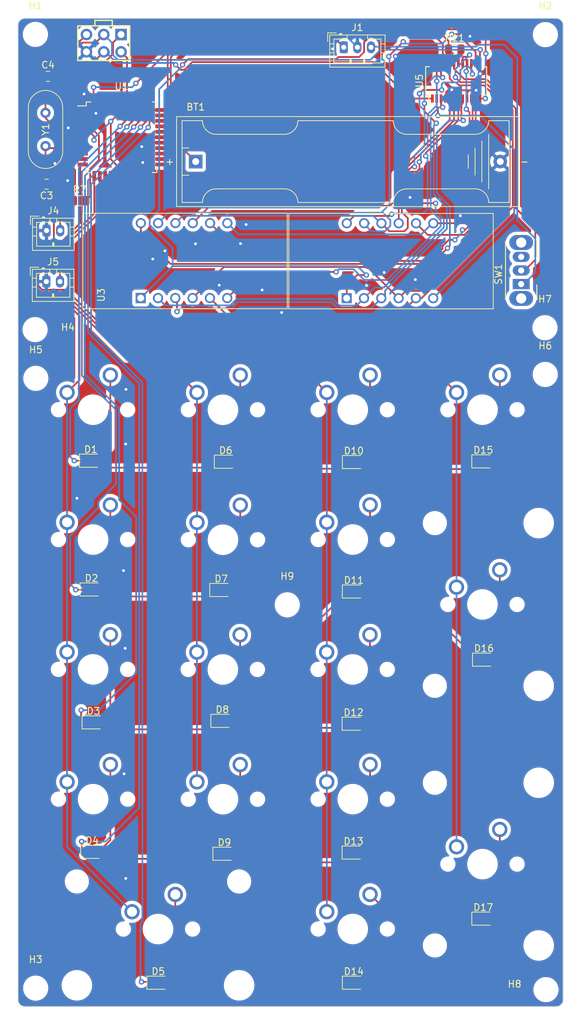
<source format=kicad_pcb>
(kicad_pcb (version 20221018) (generator pcbnew)
  (title_block (title "Model C") (date "2023-10-17") (rev "1.0") (company "github.com/TrojanPinata") (comment 1 "this is a abomination"))
  (layers (0 "F.Cu" signal) (31 "B.Cu" signal) (34 "B.Paste" user) (35 "F.Paste" user) (36 "B.SilkS" user "B.Silkscreen") (37 "F.SilkS" user "F.Silkscreen") (38 "B.Mask" user) (39 "F.Mask" user) (44 "Edge.Cuts" user))
  (net 0 "")
  (net 1 "+5V")
  (net 2 "Net-(U1-XTAL1)")
  (net 3 "GND")
  (net 4 "Net-(U1-XTAL2)")
  (net 5 "/row0")
  (net 6 "Net-(D1-Pad2)")
  (net 7 "/row1")
  (net 8 "Net-(D2-Pad2)")
  (net 9 "/row2")
  (net 10 "Net-(D3-Pad2)")
  (net 11 "/row3")
  (net 12 "Net-(D4-Pad2)")
  (net 13 "/row4")
  (net 14 "Net-(D5-Pad2)")
  (net 15 "Net-(D6-Pad2)")
  (net 16 "Net-(D7-Pad2)")
  (net 17 "Net-(D8-Pad2)")
  (net 18 "Net-(D9-Pad2)")
  (net 19 "Net-(D10-Pad2)")
  (net 20 "Net-(D11-Pad2)")
  (net 21 "Net-(D12-Pad2)")
  (net 22 "Net-(D13-Pad2)")
  (net 23 "Net-(D14-Pad2)")
  (net 24 "Net-(D15-Pad2)")
  (net 25 "Net-(D16-Pad2)")
  (net 26 "Net-(D17-Pad2)")
  (net 27 "/reset")
  (net 28 "/mosi")
  (net 29 "/sck")
  (net 30 "/miso")
  (net 31 "Net-(J4-Pin_2)")
  (net 32 "/boot")
  (net 33 "/col0")
  (net 34 "/col1")
  (net 35 "/col2")
  (net 36 "/col3")
  (net 37 "/5")
  (net 38 "/6")
  (net 39 "/7")
  (net 40 "/a")
  (net 41 "/b")
  (net 42 "/c")
  (net 43 "/d")
  (net 44 "/e")
  (net 45 "/f")
  (net 46 "/g")
  (net 47 "/dp")
  (net 52 "/0")
  (net 53 "/1")
  (net 54 "/2")
  (net 55 "/3")
  (net 56 "/4")
  (net 57 "/5v switched")
  (net 58 "Net-(U5-ISET)")
  (net 74 "/ssg")
  (net 76 "Net-(BT1-+)")
  (footprint "Diode_SMD:D_0805_2012Metric" (layer "F.Cu") (at 95.6 105.1)
    (fp_text reference "D15")
    (fp_text value "D")
  )
  (footprint "MX_Only:MXOnly-1U-NoLED" (layer "F.Cu") (at 76.44 173.722)
    (fp_text reference "SW-1U-13")
    (fp_text value "KEYSW")
  )
  (footprint "Diode_SMD:D_0805_2012Metric" (layer "F.Cu") (at 76.6 124.2)
    (fp_text reference "D11")
    (fp_text value "D")
  )
  (footprint "cftkb:AVR_ICSP_3x2" (layer "F.Cu") (at 39.9 43.74 180)
    (fp_text reference "J3" hide)
    (fp_text value "AVR-ISP-6" hide)
  )
  (footprint "Diode_SMD:D_0805_2012Metric" (layer "F.Cu") (at 57.805 105.153)
    (fp_text reference "D6")
    (fp_text value "D")
  )
  (footprint "Diode_SMD:D_0805_2012Metric" (layer "F.Cu") (at 76.6 181.6)
    (fp_text reference "D14")
    (fp_text value "D")
  )
  (footprint "MX_Only:MXOnly-2U-NoLED" (layer "F.Cu") (at 47.85875 173.732)
    (fp_text reference "SW-2U-1")
    (fp_text value "KEYSW")
  )
  (footprint "MountingHole:MountingHole_3.2mm_M3" (layer "F.Cu") (at 29.82 85.77)
    (fp_text reference "H4")
    (fp_text value "MountingHole")
  )
  (footprint "MountingHole:MountingHole_3.2mm_M3" (layer "F.Cu") (at 29.91 182.4)
    (fp_text reference "H3")
    (fp_text value "MountingHole")
  )
  (footprint "MountingHole:MountingHole_3.2mm_M3" (layer "F.Cu") (at 104.8 182.62)
    (fp_text reference "H8")
    (fp_text value "MountingHole")
  )
  (footprint "MX_Only:MXOnly-2U-VerticalStabilizers-NoLED" (layer "F.Cu") (at 95.48 164.2)
    (fp_text reference "SW-2U-3")
    (fp_text value "KEYSW" hide)
  )
  (footprint "Capacitor_SMD:C_0805_2012Metric" (layer "F.Cu") (at 31.51 64.43 180)
    (fp_text reference "C3")
    (fp_text value "22p")
  )
  (footprint "Button_Switch_THT:SW_CuK_OS102011MA1QN1_SPDT_Angled" (layer "F.Cu") (at 101.16 79.09 90)
    (fp_text reference "SW1")
    (fp_text value "SW_SPST")
  )
  (footprint "Connector_JST:JST_PH_B2B-PH-K_1x02_P2.00mm_Vertical" (layer "F.Cu") (at 31.47 78.72)
    (fp_text reference "J5")
    (fp_text value "boot")
  )
  (footprint "MX_Only:MXOnly-1U-NoLED" (layer "F.Cu") (at 57.37 135.635)
    (fp_text reference "SW-1U-7")
    (fp_text value "KEYSW")
  )
  (footprint "MountingHole:MountingHole_3.2mm_M3" (layer "F.Cu") (at 66.83 126.15)
    (fp_text reference "H9")
    (fp_text value "MountingHole")
  )
  (footprint "MX_Only:MXOnly-1U-NoLED" (layer "F.Cu") (at 57.385 154.675)
    (fp_text reference "SW-1U-8")
    (fp_text value "KEYSW")
  )
  (footprint "MX_Only:MXOnly-1U-NoLED" (layer "F.Cu") (at 38.325 97.522)
    (fp_text reference "SW-1U-1")
    (fp_text value "KEYSW")
  )
  (footprint "Diode_SMD:D_0805_2012Metric" (layer "F.Cu") (at 38.4 143.4)
    (fp_text reference "D3")
    (fp_text value "D")
  )
  (footprint "MX_Only:MXOnly-1U-NoLED" (layer "F.Cu") (at 95.48 97.522)
    (fp_text reference "SW-1U-14")
    (fp_text value "KEYSW")
  )
  (footprint "MX_Only:MXOnly-1U-NoLED" (layer "F.Cu") (at 57.39 97.53)
    (fp_text reference "SW-1U-5")
    (fp_text value "KEYSW")
  )
  (footprint "Display_7Segment:CA56-12CGKWA" (layer "F.Cu") (at 39.24 81.25 90)
    (fp_text reference "U3")
    (fp_text value "CA56-12CGKWA")
  )
  (footprint "Connector_JST:JST_PH_B2B-PH-K_1x02_P2.00mm_Vertical" (layer "F.Cu") (at 31.5 71.23)
    (fp_text reference "J4")
    (fp_text value "reset")
  )
  (footprint "MountingHole:MountingHole_3.2mm_M3" (layer "F.Cu") (at 29.93 92.92)
    (fp_text reference "H5")
    (fp_text value "MountingHole")
  )
  (footprint "Diode_SMD:D_0805_2012Metric" (layer "F.Cu") (at 95.6 172.2)
    (fp_text reference "D17")
    (fp_text value "D")
  )
  (footprint "Diode_SMD:D_0805_2012Metric" (layer "F.Cu") (at 76.5625 162.5)
    (fp_text reference "D13")
    (fp_text value "D")
  )
  (footprint "Diode_SMD:D_0805_2012Metric" (layer "F.Cu") (at 76.6 105.2)
    (fp_text reference "D10")
    (fp_text value "D")
  )
  (footprint "MX_Only:MXOnly-1U-NoLED" (layer "F.Cu") (at 38.325 116.577)
    (fp_text reference "SW-1U-2")
    (fp_text value "KEYSW")
  )
  (footprint "MX_Only:MXOnly-1U-NoLED" (layer "F.Cu") (at 38.325 135.622)
    (fp_text reference "SW-1U-3")
    (fp_text value "KEYSW")
  )
  (footprint "Capacitor_SMD:C_0805_2012Metric" (layer "F.Cu") (at 31.72 48.61)
    (fp_text reference "C4")
    (fp_text value "22p")
  )
  (footprint "MountingHole:MountingHole_3.2mm_M3" (layer "F.Cu") (at 104.71 42.48)
    (fp_text reference "H2")
    (fp_text value "MountingHole")
  )
  (footprint "MX_Only:MXOnly-1U-NoLED" (layer "F.Cu") (at 38.33 154.667)
    (fp_text reference "SW-1U-4")
    (fp_text value "KEYSW")
  )
  (footprint "Diode_SMD:D_0805_2012Metric" (layer "F.Cu") (at 95.7 134.2)
    (fp_text reference "D16")
    (fp_text value "D")
  )
  (footprint "Package_QFP:TQFP-44_10x10mm_P0.8mm" (layer "F.Cu") (at 42.51 57.54)
    (fp_text reference "U1")
    (fp_text value "ATmega32A-A")
  )
  (footprint "cftkb:Crystal_HC49-4H_Vertical" (layer "F.Cu") (at 31.35 58.84 90)
    (fp_text reference "Y1")
    (fp_text value "Crystal")
  )
  (footprint "Resistor_SMD:R_0805_2012Metric" (layer "F.Cu") (at 91.4075 44.63)
    (fp_text reference "R11")
    (fp_text value "12k")
  )
  (footprint "Diode_SMD:D_0805_2012Metric" (layer "F.Cu") (at 38.2 162.4)
    (fp_text reference "D4")
    (fp_text value "D")
  )
  (footprint "MX_Only:MXOnly-2U-VerticalStabilizers-NoLED" (layer "F.Cu") (at 95.475 126.1)
    (fp_text reference "SW-2U-2")
    (fp_text value "KEYSW" hide)
  )
  (footprint "Diode_SMD:D_0805_2012Metric" (layer "F.Cu") (at 38.1 123.9)
    (fp_text reference "D2")
    (fp_text value "D")
  )
  (footprint "Diode_SMD:D_0805_2012Metric" (layer "F.Cu") (at 57.3 143.178)
    (fp_text reference "D8")
    (fp_text value "D")
  )
  (footprint "MX_Only:MXOnly-1U-NoLED" (layer "F.Cu") (at 76.44 97.522)
    (fp_text reference "SW-1U-9")
    (fp_text value "KEYSW")
  )
  (footprint "Diode_SMD:D_0805_2012Metric" (layer "F.Cu") (at 47.9 181.6)
    (fp_text reference "D5")
    (fp_text value "D")
  )
  (footprint "Battery:BatteryHolder_Keystone_2466_1xAAA" (layer "F.Cu") (at 53.39 61.11)
    (fp_text reference "BT1")
    (fp_text value "Battery_Cell")
  )
  (footprint "Diode_SMD:D_0805_2012Metric" (layer "F.Cu") (at 38 105)
    (fp_text reference "D1")
    (fp_text value "D")
  )
  (footprint "Package_SO:SSOP-24_3.9x8.7mm_P0.635mm" (layer "F.Cu") (at 91.62 49.26 90)
    (fp_text reference "U5")
    (fp_text value "MAX7219")
  )
  (footprint "Resistor_SMD:R_0805_2012Metric" (layer "F.Cu") (at 36.37 66.85)
    (fp_text reference "R7")
    (fp_text value "10k")
  )
  (footprint "MX_Only:MXOnly-1U-NoLED" (layer "F.Cu") (at 76.44 116.572)
    (fp_text reference "SW-1U-10")
    (fp_text value "KEYSW")
  )
  (footprint "MountingHole:MountingHole_3.2mm_M3" (layer "F.Cu") (at 104.69 92.35)
    (fp_text reference "H6")
    (fp_text value "MountingHole")
  )
  (footprint "Diode_SMD:D_0805_2012Metric" (layer "F.Cu") (at 57.1375 123.978)
    (fp_text reference "D7")
    (fp_text value "D")
  )
  (footprint "MountingHole:MountingHole_3.2mm_M3" (layer "F.Cu") (at 104.65 85.49)
    (fp_text reference "H7")
    (fp_text value "MountingHole")
  )
  (footprint "MX_Only:MXOnly-1U-NoLED" (layer "F.Cu") (at 57.39 116.6)
    (fp_text reference "SW-1U-6")
    (fp_text value "KEYSW")
  )
  (footprint "Connector_JST:JST_PH_B3B-PH-K_1x03_P2.00mm_Vertical" (layer "F.Cu") (at 75.12 44.34)
    (fp_text reference "J1")
    (fp_text value "1.5V-5V Boost Converter")
  )
  (footprint "Diode_SMD:D_0805_2012Metric" (layer "F.Cu") (at 76.5625 143.6)
    (fp_text reference "D12")
    (fp_text value "D")
  )
  (footprint "MX_Only:MXOnly-1U-NoLED" (layer "F.Cu") (at 76.425 135.632)
    (fp_text reference "SW-1U-11")
    (fp_text value "KEYSW")
  )
  (footprint "Diode_SMD:D_0805_2012Metric" (layer "F.Cu") (at 57.6 162.678)
    (fp_text reference "D9")
    (fp_text value "D")
  )
  (footprint "Display_7Segment:CA56-12CGKWA" (layer "F.Cu") (at 78.34 76.29 90)
    (fp_text reference "U4" hide)
    (fp_text value "CA56-12CGKWA" hide)
  )
  (footprint "MX_Only:MXOnly-1U-NoLED" (layer "F.Cu") (at 76.44 154.667)
    (fp_text reference "SW-1U-12")
    (fp_text value "KEYSW")
  )
  (footprint "MountingHole:MountingHole_3.2mm_M3" (layer "F.Cu") (at 29.87 42.45)
    (fp_text reference "H1")
    (fp_text value "MountingHole")
  )
  (gr_arc (start 106.32 40.1) (mid 107.027107 40.392893) (end 107.32 41.1) (stroke (width 0.1)) (layer "Edge.Cuts"))
  (gr_arc (start 27.32 41.1) (mid 27.612893 40.392893) (end 28.32 40.1) (stroke (width 0.1)) (layer "Edge.Cuts"))
  (gr_line (start 107.32 184.1) (end 107.32 41.1) (stroke (width 0.1)) (layer "Edge.Cuts"))
  (gr_arc (start 107.32 184.1) (mid 107.027107 184.807107) (end 106.32 185.1) (stroke (width 0.1)) (layer "Edge.Cuts"))
  (gr_line (start 28.32 185.1) (end 106.32 185.1) (stroke (width 0.1)) (layer "Edge.Cuts"))
  (gr_line (start 27.32 41.1) (end 27.32 184.1) (stroke (width 0.1)) (layer "Edge.Cuts"))
  (gr_arc (start 28.32 185.1) (mid 27.612893 184.807107) (end 27.32 184.1) (stroke (width 0.1)) (layer "Edge.Cuts"))
  (gr_line (start 106.32 40.1) (end 28.32 40.1) (stroke (width 0.1)) (layer "Edge.Cuts"))
  (segment (start 100.58 69.744746) (end 103.235 72.399746) (width 0.25) (layer "B.Cu") (net 1))
  (segment (start 101.54 79.09) (end 101.16 79.09) (width 0.25) (layer "B.Cu") (net 1))
  (segment (start 98.669015 43.969015) (end 100.58 45.88) (width 0.25) (layer "B.Cu") (net 1))
  (segment (start 94.852843 43.969015) (end 98.669015 43.969015) (width 0.25) (layer "B.Cu") (net 1))
  (segment (start 100.58 45.88) (end 100.58 69.744746) (width 0.25) (layer "B.Cu") (net 1))
  (segment (start 103.235 72.399746) (end 103.235 77.395) (width 0.25) (layer "B.Cu") (net 1))
  (segment (start 79.12 44.34) (end 79.21 44.25) (width 0.25) (layer "B.Cu") (net 1))
  (segment (start 94.571858 44.25) (end 94.852843 43.969015) (width 0.25) (layer "B.Cu") (net 1))
  (segment (start 79.21 44.25) (end 94.571858 44.25) (width 0.25) (layer "B.Cu") (net 1))
  (segment (start 103.235 77.395) (end 101.54 79.09) (width 0.25) (layer "B.Cu") (net 1))
  (segment (start 31.35 63.32) (end 31.35 58.84) (width 0.25) (layer "F.Cu") (net 2))
  (segment (start 31.65 59.14) (end 31.35 58.84) (width 0.25) (layer "F.Cu") (net 2))
  (segment (start 36.81 59.14) (end 31.65 59.14) (width 0.25) (layer "F.Cu") (net 2))
  (segment (start 32.46 64.43) (end 31.35 63.32) (width 0.25) (layer "F.Cu") (net 2))
  (segment (start 31.5 78.69) (end 31.47 78.72) (width 0.25) (layer "F.Cu") (net 3))
  (segment (start 93.5675 50.65) (end 94.55 50.65) (width 0.25) (layer "F.Cu") (net 3))
  (segment (start 41.32 54.03) (end 38.75 54.03) (width 0.25) (layer "F.Cu") (net 3))
  (segment (start 93.2075 51.86) (end 93.2075 51.01) (width 0.25) (layer "F.Cu") (net 3))
  (segment (start 91.05 50.65) (end 93.5675 50.65) (width 0.25) (layer "F.Cu") (net 3))
  (segment (start 90.97 50.57) (end 91.05 50.65) (width 0.25) (layer "F.Cu") (net 3))
  (segment (start 90.4275 50.65) (end 90.89 50.65) (width 0.25) (layer "F.Cu") (net 3))
  (segment (start 93.2075 51.01) (end 93.5675 50.65) (width 0.25) (layer "F.Cu") (net 3))
  (segment (start 48.87 74.21) (end 49.9 73.18) (width 0.25) (layer "F.Cu") (net 3))
  (segment (start 42.51 51.84) (end 42.51 52.84) (width 0.25) (layer "F.Cu") (net 3))
  (segment (start 43.31 62.24) (end 44.3 61.25) (width 0.25) (layer "F.Cu") (net 3))
  (segment (start 90.0325 51.86) (end 90.1425 51.75) (width 0.25) (layer "F.Cu") (net 3))
  (segment (start 90.1425 50.935) (end 90.4275 50.65) (width 0.25) (layer "F.Cu") (net 3))
  (segment (start 36.06 57.54) (end 34.69 56.17) (width 0.25) (layer "F.Cu") (net 3))
  (segment (start 48.21 57.54) (end 46.86 57.54) (width 0.25) (layer "F.Cu") (net 3))
  (segment (start 90.89 50.65) (end 90.97 50.57) (width 0.25) (layer "F.Cu") (net 3))
  (segment (start 49.9 73.18) (end 53.36 73.18) (width 0.25) (layer "F.Cu") (net 3))
  (segment (start 46.86 57.54) (end 45.48 58.92) (width 0.25) (layer "F.Cu") (net 3))
  (segment (start 44.3 61.25) (end 45.63 61.25) (width 0.25) (layer "F.Cu") (net 3))
  (segment (start 90.1425 51.75) (end 90.1425 50.935) (width 0.25) (layer "F.Cu") (net 3))
  (segment (start 42.51 52.84) (end 41.32 54.03) (width 0.25) (layer "F.Cu") (net 3))
  (segment (start 36.81 57.54) (end 36.06 57.54) (width 0.25) (layer "F.Cu") (net 3))
  (segment (start 43.31 63.24) (end 43.31 62.24) (width 0.25) (layer "F.Cu") (net 3))
  (via (at 66 83.26) (size 0.8) (drill 0.4) (layers "F.Cu" "B.Cu") (net 3))
  (via (at 35.96 110.51) (size 0.8) (drill 0.4) (layers "F.Cu" "B.Cu") (net 3))
  (via (at 53.36 73.18) (size 0.8) (drill 0.4) (layers "F.Cu" "B.Cu") (net 3))
  (via (at 90.97 50.57) (size 0.8) (drill 0.4) (layers "F.Cu" "B.Cu") (net 3))
  (via (at 32.72 61.39) (size 0.8) (drill 0.4) (layers "F.Cu" "B.Cu") (net 3))
  (via (at 43.13 166.3) (size 0.8) (drill 0.4) (layers "F.Cu" "B.Cu") (net 3))
  (via (at 84.85 66.37) (size 0.8) (drill 0.4) (layers "F.Cu" "B.Cu") (net 3))
  (via (at 93.64 42.73) (size 0.8) (drill 0.4) (layers "F.Cu" "B.Cu") (net 3))
  (via (at 82.725049 45.675049) (size 0.8) (drill 0.4) (layers "F.Cu" "B.Cu") (net 3))
  (via (at 47.09 75.41) (size 0.8) (drill 0.4) (layers "F.Cu" "B.Cu") (net 3))
  (via (at 80.79 46.46) (size 0.8) (drill 0.4) (layers "F.Cu" "B.Cu") (net 3))
  (via (at 43.04 132.53) (size 0.8) (drill 0.4) (layers "F.Cu" "B.Cu") (net 3))
  (via (at 48.87 74.21) (size 0.8) (drill 0.4) (layers "F.Cu" "B.Cu") (net 3))
  (via (at 45.63 61.25) (size 0.8) (drill 0.4) (layers "F.Cu" "B.Cu") (net 3))
  (via (at 42.88 150.95) (size 0.8) (drill 0.4) (layers "F.Cu" "B.Cu") (net 3))
  (via (at 45.48 58.92) (size 0.8) (drill 0.4) (layers "F.Cu" "B.Cu") (net 3))
  (via (at 78.46 79.29) (size 0.8) (drill 0.4) (layers "F.Cu" "B.Cu") (net 3))
  (via (at 34.6 63.9) (size 0.8) (drill 0.4) (layers "F.Cu" "B.Cu") (net 3))
  (via (at 43.12 102.55) (size 0.8) (drill 0.4) (layers "F.Cu" "B.Cu") (net 3))
  (via (at 94.55 50.65) (size 0.8) (drill 0.4) (layers "F.Cu" "B.Cu") (net 3))
  (via (at 73.46 44.57) (size 0.8) (drill 0.4) (layers "F.Cu" "B.Cu") (net 3))
  (via (at 85.63 78.43) (size 0.8) (drill 0.4) (layers "F.Cu" "B.Cu") (net 3))
  (via (at 60.79 70.35) (size 0.8) (drill 0.4) (layers "F.Cu" "B.Cu") (net 3))
  (via (at 63.14 79.95) (size 0.8) (drill 0.4) (layers "F.Cu" "B.Cu") (net 3))
  (via (at 59.97 73.15) (size 0.8) (drill 0.4) (layers "F.Cu" "B.Cu") (net 3))
  (via (at 38.75 54.03) (size 0.8) (drill 0.4) (layers "F.Cu" "B.Cu") (net 3))
  (via (at 92.23 69.06) (size 0.8) (drill 0.4) (layers "F.Cu" "B.Cu") (net 3))
  (via (at 34.69 56.17) (size 0.8) (drill 0.4) (layers "F.Cu" "B.Cu") (net 3))
  (via (at 56.85 79.25) (size 0.8) (drill 0.4) (layers "F.Cu" "B.Cu") (net 3))
  (via (at 37.01 51.2) (size 0.8) (drill 0.4) (layers "F.Cu" "B.Cu") (net 3))
  (via (at 95.16 48.22) (size 0.8) (drill 0.4) (layers "F.Cu" "B.Cu") (net 3))
  (via (at 43.16 94.54) (size 0.8) (drill 0.4) (layers "F.Cu" "B.Cu") (net 3))
  (via (at 42.8 121.13) (size 0.8) (drill 0.4) (layers "F.Cu" "B.Cu") (net 3))
  (via (at 81.05 77.38) (size 0.8) (drill 0.4) (layers "F.Cu" "B.Cu") (net 3))
  (segment (start 59.94 73.18) (end 59.97 73.15) (width 0.25) (layer "B.Cu") (net 3))
  (segment (start 73.46 44.57) (end 73.46 44.211827) (width 0.25) (layer "B.Cu") (net 3))
  (segment (start 53.36 73.18) (end 59.94 73.18) (width 0.25) (layer "B.Cu") (net 3))
  (segment (start 47.67 75.41) (end 48.87 74.21) (width 0.25) (layer "B.Cu") (net 3))
  (segment (start 36.36 50.55) (end 37.01 51.2) (width 0.25) (layer "B.Cu") (net 3))
  (segment (start 74.811827 42.86) (end 75.64 42.86) (width 0.25) (layer "B.Cu") (net 3))
  (segment (start 73.46 44.211827) (end 74.811827 42.86) (width 0.25) (layer "B.Cu") (net 3))
  (segment (start 37.36 45.01) (end 36.36 46.01) (width 0.25) (layer "B.Cu") (net 3))
  (segment (start 94.55 48.83) (end 95.16 48.22) (width 0.25) (layer "B.Cu") (net 3))
  (segment (start 75.64 42.86) (end 77.12 44.34) (width 0.25) (layer "B.Cu") (net 3))
  (segment (start 47.09 75.41) (end 47.67 75.41) (width 0.25) (layer "B.Cu") (net 3))
  (segment (start 36.36 46.01) (end 36.36 50.55) (width 0.25) (layer "B.Cu") (net 3))
  (segment (start 94.55 50.65) (end 94.55 48.83) (width 0.25) (layer "B.Cu") (net 3))
  (segment (start 31.35 54.72) (end 31.35 53.96) (width 0.25) (layer "F.Cu") (net 4))
  (segment (start 34.97 58.34) (end 31.35 54.72) (width 0.25) (layer "F.Cu") (net 4))
  (segment (start 36.81 58.34) (end 34.97 58.34) (width 0.25) (layer "F.Cu") (net 4))
  (segment (start 30.77 48.61) (end 31.35 49.19) (width 0.25) (layer "F.Cu") (net 4))
  (segment (start 31.35 49.19) (end 31.35 53.96) (width 0.25) (layer "F.Cu") (net 4))
  (segment (start 57.8925 106.178) (end 56.8675 105.153) (width 0.25) (layer "F.Cu") (net 5))
  (segment (start 75.6625 105.2) (end 74.6845 106.178) (width 0.25) (layer "F.Cu") (net 5))
  (segment (start 44.11 54.128584) (end 44.11 51.84) (width 0.25) (layer "F.Cu") (net 5))
  (segment (start 76.6875 106.225) (end 75.6625 105.2) (width 0.25) (layer "F.Cu") (net 5))
  (segment (start 93.5375 106.225) (end 76.6875 106.225) (width 0.25) (layer "F.Cu") (net 5))
  (segment (start 74.6845 106.178) (end 57.8925 106.178) (width 0.25) (layer "F.Cu") (net 5))
  (segment (start 38.0875 106.025) (end 37.0625 105) (width 0.25) (layer "F.Cu") (net 5))
  (segment (start 94.6625 105.1) (end 93.5375 106.225) (width 0.25) (layer "F.Cu") (net 5))
  (segment (start 56.8675 105.153) (end 55.9955 106.025) (width 0.25) (layer "F.Cu") (net 5))
  (segment (start 35.57 105) (end 37.0625 105) (width 0.25) (layer "F.Cu") (net 5))
  (segment (start 55.9955 106.025) (end 38.0875 106.025) (width 0.25) (layer "F.Cu") (net 5))
  (segment (start 42.295016 55.943568) (end 44.11 54.128584) (width 0.25) (layer "F.Cu") (net 5))
  (via (at 35.57 105) (size 0.8) (drill 0.4) (layers "F.Cu" "B.Cu") (net 5))
  (via (at 42.295016 55.943568) (size 0.8) (drill 0.4) (layers "F.Cu" "B.Cu") (net 5))
  (segment (start 34.965 104.395) (end 35.57 105) (width 0.25) (layer "B.Cu") (net 5))
  (segment (start 36.24 61.998584) (end 36.24 96.1) (width 0.25) (layer "B.Cu") (net 5))
  (segment (start 36.24 96.1) (end 34.965 97.375) (width 0.25) (layer "B.Cu") (net 5))
  (segment (start 34.965 97.375) (end 34.965 104.395) (width 0.25) (layer "B.Cu") (net 5))
  (segment (start 42.295016 55.943568) (end 36.24 61.998584) (width 0.25) (layer "B.Cu") (net 5))
  (segment (start 38.9375 105) (end 40.865 103.0725) (width 0.25) (layer "F.Cu") (net 6))
  (segment (start 40.865 103.0725) (end 40.865 92.442) (width 0.25) (layer "F.Cu") (net 6))
  (segment (start 37.1625 123.9) (end 38.1875 124.925) (width 0.25) (layer "F.Cu") (net 7))
  (segment (start 43.995939 55.314726) (end 44.91 54.400665) (width 0.25) (layer "F.Cu") (net 7))
  (segment (start 35.79 123.94) (end 37.1225 123.94) (width 0.25) (layer "F.Cu") (net 7))
  (segment (start 43.990651 55.314726) (end 43.995939 55.314726) (width 0.25) (layer "F.Cu") (net 7))
  (segment (start 43.291668 56.018997) (end 43.565956 55.744709) (width 0.25) (layer "F.Cu") (net 7))
  (segment (start 43.565956 55.744709) (end 43.565956 55.739421) (width 0.25) (layer "F.Cu") (net 7))
  (segment (start 69.7725 130.09) (end 75.6625 124.2) (width 0.25) (layer "F.Cu") (net 7))
  (segment (start 43.565956 55.739421) (end 43.990651 55.314726) (width 0.25) (layer "F.Cu") (net 7))
  (segment (start 75.6625 124.2) (end 80.9825 129.52) (width 0.25) (layer "F.Cu") (net 7))
  (segment (start 38.1875 124.925) (end 55.253 124.925) (width 0.25) (layer "F.Cu") (net 7))
  (segment (start 57.595666 125.003) (end 59.643 125.003) (width 0.25) (layer "F.Cu") (net 7))
  (segment (start 80.9825 129.52) (end 90.0825 129.52) (width 0.25) (layer "F.Cu") (net 7))
  (segment (start 37.1225 123.94) (end 37.1625 123.9) (width 0.25) (layer "F.Cu") (net 7))
  (segment (start 56.570666 123.978) (end 57.595666 125.003) (width 0.25) (layer "F.Cu") (net 7))
  (segment (start 59.643 125.003) (end 64.73 130.09) (width 0.25) (layer "F.Cu") (net 7))
  (segment (start 44.91 54.400665) (end 44.91 51.84) (width 0.25) (layer "F.Cu") (net 7))
  (segment (start 56.2 123.978) (end 56.570666 123.978) (width 0.25) (layer "F.Cu") (net 7))
  (segment (start 55.253 124.925) (end 56.2 123.978) (width 0.25) (layer "F.Cu") (net 7))
  (segment (start 64.73 130.09) (end 69.7725 130.09) (width 0.25) (layer "F.Cu") (net 7))
  (segment (start 90.0825 129.52) (end 94.7625 134.2) (width 0.25) (layer "F.Cu") (net 7))
  (via (at 35.79 123.94) (size 0.8) (drill 0.4) (layers "F.Cu" "B.Cu") (net 7))
  (via (at 43.291668 56.018997) (size 0.8) (drill 0.4) (layers "F.Cu" "B.Cu") (net 7))
  (segment (start 39.11 111.9) (end 34.965 116.045) (width 0.25) (layer "B.Cu") (net 7))
  (segment (start 34.965 116.045) (end 34.965 123.115) (width 0.25) (layer "B.Cu") (net 7))
  (segment (start 41.705 108.415) (end 39.11 111.01) (width 0.25) (layer "B.Cu") (net 7))
  (segment (start 43.291668 56.018997) (end 36.69 62.620665) (width 0.25) (layer "B.Cu") (net 7))
  (segment (start 34.965 123.115) (end 35.79 123.94) (width 0.25) (layer "B.Cu") (net 7))
  (segment (start 36.69 92.536869) (end 41.705 97.551869) (width 0.25) (layer "B.Cu") (net 7))
  (segment (start 41.705 97.551869) (end 41.705 108.415) (width 0.25) (layer "B.Cu") (net 7))
  (segment (start 39.11 111.01) (end 39.11 111.9) (width 0.25) (layer "B.Cu") (net 7))
  (segment (start 36.69 62.620665) (end 36.69 92.536869) (width 0.25) (layer "B.Cu") (net 7))
  (segment (start 40.865 122.0725) (end 40.865 111.497) (width 0.25) (layer "F.Cu") (net 8))
  (segment (start 39.0375 123.9) (end 40.865 122.0725) (width 0.25) (layer "F.Cu") (net 8))
  (segment (start 55.1155 144.425) (end 38.4875 144.425) (width 0.25) (layer "F.Cu") (net 9))
  (segment (start 36.58 141.61) (end 36.58 142.5175) (width 0.25) (layer "F.Cu") (net 9))
  (segment (start 75.022 144.203) (end 57.3875 144.203) (width 0.25) (layer "F.Cu") (net 9))
  (segment (start 56.3625 143.178) (end 55.1155 144.425) (width 0.25) (layer "F.Cu") (net 9))
  (segment (start 57.3875 144.203) (end 56.3625 143.178) (width 0.25) (layer "F.Cu") (net 9))
  (segment (start 38.4875 144.425) (end 37.4625 143.4) (width 0.25) (layer "F.Cu") (net 9))
  (segment (start 75.625 143.6) (end 75.022 144.203) (width 0.25) (layer "F.Cu") (net 9))
  (segment (start 45.71 54.620682) (end 45.71 51.84) (width 0.25) (layer "F.Cu") (net 9))
  (segment (start 44.290956 56.039726) (end 45.71 54.620682) (width 0.25) (layer "F.Cu") (net 9))
  (segment (start 36.58 142.5175) (end 37.4625 143.4) (width 0.25) (layer "F.Cu") (net 9))
  (via (at 36.58 141.61) (size 0.8) (drill 0.4) (layers "F.Cu" "B.Cu") (net 9))
  (via (at 44.290956 56.039726) (size 0.8) (drill 0.4) (layers "F.Cu" "B.Cu") (net 9))
  (segment (start 44.655 113.23639) (end 44.655 136.155) (width 0.25) (layer "B.Cu") (net 9))
  (segment (start 44.290956 56.039726) (end 44.290956 56.045014) (width 0.25) (layer "B.Cu") (net 9))
  (segment (start 39.2 141.61) (end 36.58 141.61) (width 0.25) (layer "B.Cu") (net 9))
  (segment (start 37.14 63.19597) (end 37.14 64.56) (width 0.25) (layer "B.Cu") (net 9))
  (segment (start 37.14 92.350473) (end 39.374764 94.585237) (width 0.25) (layer "B.Cu") (net 9))
  (segment (start 42.155 97.365473) (end 42.155 110.73639) (width 0.25) (layer "B.Cu") (net 9))
  (segment (start 44.290956 56.045014) (end 37.14 63.19597) (width 0.25) (layer "B.Cu") (net 9))
  (segment (start 39.374764 94.585237) (end 42.155 97.365473) (width 0.25) (layer "B.Cu") (net 9))
  (segment (start 44.655 136.155) (end 39.2 141.61) (width 0.25) (layer "B.Cu") (net 9))
  (segment (start 42.155 110.73639) (end 44.655 113.23639) (width 0.25) (layer "B.Cu") (net 9))
  (segment (start 37.14 64.56) (end 37.14 92.350473) (width 0.25) (layer "B.Cu") (net 9))
  (segment (start 40.865 141.8725) (end 40.865 130.542) (width 0.25) (layer "F.Cu") (net 10))
  (segment (start 39.3375 143.4) (end 40.865 141.8725) (width 0.25) (layer "F.Cu") (net 10))
  (segment (start 36.65 160.87) (end 36.65 161.7875) (width 0.25) (layer "F.Cu") (net 11))
  (segment (start 46.16 52.915) (end 46.51 52.565) (width 0.25) (layer "F.Cu") (net 11))
  (segment (start 37.2625 162.4) (end 38.2875 163.425) (width 0.25) (layer "F.Cu") (net 11))
  (segment (start 57.9245 163.94) (end 74.185 163.94) (width 0.25) (layer "F.Cu") (net 11))
  (segment (start 74.185 163.94) (end 75.625 162.5) (width 0.25) (layer "F.Cu") (net 11))
  (segment (start 56.6625 162.678) (end 57.9245 163.94) (width 0.25) (layer "F.Cu") (net 11))
  (segment (start 55.9155 163.425) (end 56.6625 162.678) (width 0.25) (layer "F.Cu") (net 11))
  (segment (start 38.2875 163.425) (end 55.9155 163.425) (width 0.25) (layer "F.Cu") (net 11))
  (segment (start 45.29 56.07) (end 46.16 55.2) (width 0.25) (layer "F.Cu") (net 11))
  (segment (start 36.65 161.7875) (end 37.2625 162.4) (width 0.25) (layer "F.Cu") (net 11))
  (segment (start 92.9225 170.46) (end 94.6625 172.2) (width 0.25) (layer "F.Cu") (net 11))
  (segment (start 46.16 55.2) (end 46.16 52.915) (width 0.25) (layer "F.Cu") (net 11))
  (segment (start 83.585 170.46) (end 92.9225 170.46) (width 0.25) (layer "F.Cu") (net 11))
  (segment (start 46.51 52.565) (end 46.51 51.84) (width 0.25) (layer "F.Cu") (net 11))
  (segment (start 75.625 162.5) (end 83.585 170.46) (width 0.25) (layer "F.Cu") (net 11))
  (via (at 36.65 160.87) (size 0.8) (drill 0.4) (layers "F.Cu" "B.Cu") (net 11))
  (via (at 45.29 56.07) (size 0.8) (drill 0.4) (layers "F.Cu" "B.Cu") (net 11))
  (segment (start 45.105 155.945) (end 43.19 157.86) (width 0.25) (layer "B.Cu") (net 11))
  (segment (start 37.59 86.19) (end 45.105 93.705) (width 0.25) (layer "B.Cu") (net 11))
  (segment (start 43.19 157.86) (end 40.18 160.87) (width 0.25) (layer "B.Cu") (net 11))
  (segment (start 45.29 56.07) (end 45.29 56.17) (width 0.25) (layer "B.Cu") (net 11))
  (segment (start 45.29 56.17) (end 37.59 63.87) (width 0.25) (layer "B.Cu") (net 11))
  (segment (start 45.105 93.705) (end 45.105 155.945) (width 0.25) (layer "B.Cu") (net 11))
  (segment (start 37.59 65.36) (end 37.59 85.58) (width 0.25) (layer "B.Cu") (net 11))
  (segment (start 37.59 85.58) (end 37.59 86.19) (width 0.25) (layer "B.Cu") (net 11))
  (segment (start 40.18 160.87) (end 36.65 160.87) (width 0.25) (layer "B.Cu") (net 11))
  (segment (start 37.59 63.87) (end 37.59 65.36) (width 0.25) (layer "B.Cu") (net 11))
  (segment (start 40.87 160.6675) (end 40.87 149.587) (width 0.25) (layer "F.Cu") (net 12))
  (segment (start 39.1375 162.4) (end 40.87 160.6675) (width 0.25) (layer "F.Cu") (net 12))
  (segment (start 59.49 179.55) (end 52.391834 179.55) (width 0.25) (layer "F.Cu") (net 13))
  (segment (start 47.21 53.54) (end 46.61 54.14) (width 0.25) (layer "F.Cu") (net 13))
  (segment (start 73.6806 179.6181) (end 59.5581 179.6181) (width 0.25) (layer "F.Cu") (net 13))
  (segment (start 47.9875 182.625) (end 46.9625 181.6) (width 0.25) (layer "F.Cu") (net 13))
  (segment (start 49.316834 182.625) (end 47.9875 182.625) (width 0.25) (layer "F.Cu") (net 13))
  (segment (start 59.5581 179.6181) (end 59.49 179.55) (width 0.25) (layer "F.Cu") (net 13))
  (segment (start 46.61 55.9) (end 46.42 56.09) (width 0.25) (layer "F.Cu") (net 13))
  (segment (start 48.21 53.54) (end 47.21 53.54) (width 0.25) (layer "F.Cu") (net 13))
  (segment (start 46.8425 181.48) (end 46.9625 181.6) (width 0.25) (layer "F.Cu") (net 13))
  (segment (start 52.391834 179.55) (end 49.316834 182.625) (width 0.25) (layer "F.Cu") (net 13))
  (segment (start 45.43 181.48) (end 46.8425 181.48) (width 0.25) (layer "F.Cu") (net 13))
  (segment (start 75.6625 181.6) (end 73.6806 179.6181) (width 0.25) (layer "F.Cu") (net 13))
  (segment (start 46.61 54.14) (end 46.61 55.9) (width 0.25) (layer "F.Cu") (net 13))
  (via (at 46.42 56.09) (size 0.8) (drill 0.4) (layers "F.Cu" "B.Cu") (net 13))
  (via (at 45.43 181.48) (size 0.8) (drill 0.4) (layers "F.Cu" "B.Cu") (net 13))
  (segment (start 45.28 181.33) (end 45.43 181.48) (width 0.25) (layer "B.Cu") (net 13))
  (segment (start 38.04 86.003604) (end 45.57 93.533604) (width 0.25) (layer "B.Cu") (net 13))
  (segment (start 45.57 172.670619) (end 45.28 172.960619) (width 0.25) (layer "B.Cu") (net 13))
  (segment (start 46.42 56.09) (end 38.04 64.47) (width 0.25) (layer "B.Cu") (net 13))
  (segment (start 38.04 64.47) (end 38.04 86.003604) (width 0.25) (layer "B.Cu") (net 13))
  (segment (start 45.57 93.533604) (end 45.57 172.670619) (width 0.25) (layer "B.Cu") (net 13))
  (segment (start 45.28 172.960619) (end 45.28 181.33) (width 0.25) (layer "B.Cu") (net 13))
  (segment (start 50.39875 180.03875) (end 50.39875 168.652) (width 0.25) (layer "F.Cu") (net 14))
  (segment (start 48.8375 181.6) (end 50.39875 180.03875) (width 0.25) (layer "F.Cu") (net 14))
  (segment (start 59.93 103.9655) (end 59.93 92.45) (width 0.25) (layer "F.Cu") (net 15))
  (segment (start 58.7425 105.153) (end 59.93 103.9655) (width 0.25) (layer "F.Cu") (net 15))
  (segment (start 58.075 123.978) (end 59.93 122.123) (width 0.25) (layer "F.Cu") (net 16))
  (segment (start 59.93 122.123) (end 59.93 111.52) (width 0.25) (layer "F.Cu") (net 16))
  (segment (start 59.91 141.5055) (end 59.91 130.555) (width 0.25) (layer "F.Cu") (net 17))
  (segment (start 58.2375 143.178) (end 59.91 141.5055) (width 0.25) (layer "F.Cu") (net 17))
  (segment (start 59.925 161.2905) (end 59.925 149.595) (width 0.25) (layer "F.Cu") (net 18))
  (segment (start 58.5375 162.678) (end 59.925 161.2905) (width 0.25) (layer "F.Cu") (net 18))
  (segment (start 78.98 103.7575) (end 78.98 92.442) (width 0.25) (layer "F.Cu") (net 19))
  (segment (start 77.5375 105.2) (end 78.98 103.7575) (width 0.25) (layer "F.Cu") (net 19))
  (segment (start 78.98 122.7575) (end 78.98 111.492) (width 0.25) (layer "F.Cu") (net 20))
  (segment (start 77.5375 124.2) (end 78.98 122.7575) (width 0.25) (layer "F.Cu") (net 20))
  (segment (start 77.5 143.6) (end 78.965 142.135) (width 0.25) (layer "F.Cu") (net 21))
  (segment (start 78.965 142.135) (end 78.965 130.552) (width 0.25) (layer "F.Cu") (net 21))
  (segment (start 77.5 162.5) (end 78.98 161.02) (width 0.25) (layer "F.Cu") (net 22))
  (segment (start 78.98 161.02) (end 78.98 149.587) (width 0.25) (layer "F.Cu") (net 22))
  (segment (start 80.27 169.932) (end 78.98 168.642) (width 0.25) (layer "F.Cu") (net 23))
  (segment (start 80.27 178.8675) (end 80.27 169.932) (width 0.25) (layer "F.Cu") (net 23))
  (segment (start 77.5375 181.6) (end 80.27 178.8675) (width 0.25) (layer "F.Cu") (net 23))
  (segment (start 96.5375 105.1) (end 98.02 103.6175) (width 0.25) (layer "F.Cu") (net 24))
  (segment (start 98.02 103.6175) (end 98.02 92.442) (width 0.25) (layer "F.Cu") (net 24))
  (segment (start 96.6375 134.2) (end 98.015 132.8225) (width 0.25) (layer "F.Cu") (net 25))
  (segment (start 98.015 132.8225) (end 98.015 121.02) (width 0.25) (layer "F.Cu") (net 25))
  (segment (start 98.02 170.7175) (end 98.02 159.12) (width 0.25) (layer "F.Cu") (net 26))
  (segment (start 96.5375 172.2) (end 98.02 170.7175) (width 0.25) (layer "F.Cu") (net 26))
  (segment (start 37.91 62.165) (end 39.19 60.885) (width 0.25) (layer "F.Cu") (net 27))
  (segment (start 39.19 60.885) (end 39.19 57.32) (width 0.25) (layer "F.Cu") (net 27))
  (segment (start 33.495 53.625) (end 35.81 55.94) (width 0.25) (layer "F.Cu") (net 27))
  (segment (start 39.19 57.32) (end 37.81 55.94) (width 0.25) (layer "F.Cu") (net 27))
  (segment (start 37.81 55.94) (end 36.81 55.94) (width 0.25) (layer "F.Cu") (net 27))
  (segment (start 37.91 66.2225) (end 37.91 62.165) (width 0.25) (layer "F.Cu") (net 27))
  (segment (start 37.36 42.47) (end 33.495 46.335) (width 0.25) (layer "F.Cu") (net 27))
  (segment (start 33.495 46.335) (end 33.495 53.625) (width 0.25) (layer "F.Cu") (net 27))
  (segment (start 35.81 55.94) (end 36.81 55.94) (width 0.25) (layer "F.Cu") (net 27))
  (segment (start 37.2825 66.85) (end 37.91 66.2225) (width 0.25) (layer "F.Cu") (net 27))
  (segment (start 84.83 51.86) (end 88.1275 51.86) (width 0.25) (layer "F.Cu") (net 28))
  (segment (start 51.759308 47.6345) (end 52.873808 46.52) (width 0.25) (layer "F.Cu") (net 28))
  (segment (start 34.395 52.925) (end 35.81 54.34) (width 0.25) (layer "F.Cu") (net 28))
  (segment (start 52.873808 46.52) (end 79.49 46.52) (width 0.25) (layer "F.Cu") (net 28))
  (segment (start 50.4595 46.9095) (end 50.4595 46.935302) (width 0.25) (layer "F.Cu") (net 28))
  (segment (start 50.4595 46.935302) (end 51.158698 47.6345) (width 0.25) (layer "F.Cu") (net 28))
  (segment (start 36.19 47.28) (end 34.395 49.075) (width 0.25) (layer "F.Cu") (net 28))
  (segment (start 51.158698 47.6345) (end 51.759308 47.6345) (width 0.25) (layer "F.Cu") (net 28))
  (segment (start 39.9 45.01) (end 37.63 47.28) (width 0.25) (layer "F.Cu") (net 28))
  (segment (start 34.395 49.075) (end 34.395 52.925) (width 0.25) (layer "F.Cu") (net 28))
  (segment (start 37.63 47.28) (end 36.19 47.28) (width 0.25) (layer "F.Cu") (net 28))
  (segment (start 35.81 54.34) (end 36.81 54.34) (width 0.25) (layer "F.Cu") (net 28))
  (segment (start 79.49 46.52) (end 84.83 51.86) (width 0.25) (layer "F.Cu") (net 28))
  (via (at 50.4595 46.9095) (size 0.8) (drill 0.4) (layers "F.Cu" "B.Cu") (net 28))
  (segment (start 40.65 45.518097) (end 40.65 45.01) (width 0.25) (layer "B.Cu") (net 28))
  (segment (start 50.185 46.635) (end 41.766903 46.635) (width 0.25) (layer "B.Cu") (net 28))
  (segment (start 50.4595 46.9095) (end 50.185 46.635) (width 0.25) (layer "B.Cu") (net 28))
  (segment (start 40.65 45.01) (end 39.9 45.01) (width 0.25) (layer "B.Cu") (net 28))
  (segment (start 41.766903 46.635) (end 40.65 45.518097) (width 0.25) (layer "B.Cu") (net 28))
  (segment (start 36.821396 43.645) (end 38.725 43.645) (width 0.25) (layer "F.Cu") (net 29))
  (segment (start 33.945 46.521396) (end 36.821396 43.645) (width 0.25) (layer "F.Cu") (net 29))
  (segment (start 35.846396 55.34) (end 33.945 53.438604) (width 0.25) (layer "F.Cu") (net 29))
  (segment (start 95.1125 44.734663) (end 95.1125 46.66) (width 0.25) (layer "F.Cu") (net 29))
  (segment (start 33.945 53.438604) (end 33.945 46.521396) (width 0.25) (layer "F.Cu") (net 29))
  (segment (start 95.153148 44.694015) (end 95.1125 44.734663) (width 0.25) (layer "F.Cu") (net 29))
  (segment (start 36.78 55.34) (end 35.846396 55.34) (width 0.25) (layer "F.Cu") (net 29))
  (segment (start 36.81 55.14) (end 36.81 55.31) (width 0.25) (layer "F.Cu") (net 29))
  (segment (start 36.81 55.31) (end 36.78 55.34) (width 0.25) (layer "F.Cu") (net 29))
  (segment (start 38.725 43.645) (end 39.9 42.47) (width 0.25) (layer "F.Cu") (net 29))
  (via (at 95.153148 44.694015) (size 0.8) (drill 0.4) (layers "F.Cu" "B.Cu") (net 29))
  (segment (start 79.035 46.185) (end 41.953299 46.185) (width 0.25) (layer "B.Cu") (net 29))
  (segment (start 41.1 45.331701) (end 41.1 43.67) (width 0.25) (layer "B.Cu") (net 29))
  (segment (start 95.153148 44.694015) (end 95.147163 44.7) (width 0.25) (layer "B.Cu") (net 29))
  (segment (start 80.52 44.7) (end 79.035 46.185) (width 0.25) (layer "B.Cu") (net 29))
  (segment (start 95.147163 44.7) (end 80.52 44.7) (width 0.25) (layer "B.Cu") (net 29))
  (segment (start 41.953299 46.185) (end 41.1 45.331701) (width 0.25) (layer "B.Cu") (net 29))
  (segment (start 41.1 43.67) (end 39.9 42.47) (width 0.25) (layer "B.Cu") (net 29))
  (segment (start 38.841701 47.73) (end 41.265 45.306701) (width 0.25) (layer "F.Cu") (net 30))
  (segment (start 34.845 52.05) (end 34.845 49.261396) (width 0.25) (layer "F.Cu") (net 30))
  (segment (start 36.81 53.54) (end 36.335 53.54) (width 0.25) (layer "F.Cu") (net 30))
  (segment (start 41.265 45.306701) (end 41.265 43.645) (width 0.25) (layer "F.Cu") (net 30))
  (segment (start 36.376396 47.73) (end 38.841701 47.73) (width 0.25) (layer "F.Cu") (net 30))
  (segment (start 41.265 43.645) (end 42.44 42.47) (width 0.25) (layer "F.Cu") (net 30))
  (segment (start 36.335 53.54) (end 34.845 52.05) (width 0.25) (layer "F.Cu") (net 30))
  (segment (start 34.845 49.261396) (end 36.376396 47.73) (width 0.25) (layer "F.Cu") (net 30))
  (segment (start 33.5 68.8075) (end 33.5 71.23) (width 0.25) (layer "F.Cu") (net 31))
  (segment (start 35.4575 66.85) (end 33.5 68.8075) (width 0.25) (layer "F.Cu") (net 31))
  (segment (start 39.31 68.549188) (end 39.31 63.24) (width 0.25) (layer "F.Cu") (net 32))
  (segment (start 33.47 78.72) (end 33.47 74.389188) (width 0.25) (layer "F.Cu") (net 32))
  (segment (start 33.47 74.389188) (end 39.31 68.549188) (width 0.25) (layer "F.Cu") (net 32))
  (segment (start 30.322639 81.27) (end 28.94 79.887361) (width 0.25) (layer "F.Cu") (net 33))
  (segment (start 28.94 79.887361) (end 28.94 69.488173) (width 0.25) (layer "F.Cu") (net 33))
  (segment (start 36.34 83.779188) (end 33.830812 81.27) (width 0.25) (layer "F.Cu") (net 33))
  (segment (start 35.81 59.94) (end 36.81 59.94) (width 0.25) (layer "F.Cu") (net 33))
  (segment (start 33.285 62.465) (end 35.81 59.94) (width 0.25) (layer "F.Cu") (net 33))
  (segment (start 33.285 65.143173) (end 33.285 62.465) (width 0.25) (layer "F.Cu") (net 33))
  (segment (start 34.515 94.982) (end 36.34 93.157) (width 0.25) (layer "F.Cu") (net 33))
  (segment (start 28.94 69.488173) (end 33.285 65.143173) (width 0.25) (layer "F.Cu") (net 33))
  (segment (start 33.830812 81.27) (end 30.322639 81.27) (width 0.25) (layer "F.Cu") (net 33))
  (segment (start 36.34 93.157) (end 36.34 83.779188) (width 0.25) (layer "F.Cu") (net 33))
  (segment (start 34.515 94.982) (end 34.515 114.037) (width 0.25) (layer "B.Cu") (net 33))
  (segment (start 34.52 161.66325) (end 44.04875 171.192) (width 0.25) (layer "B.Cu") (net 33))
  (segment (start 34.515 133.082) (end 34.515 152.122) (width 0.25) (layer "B.Cu") (net 33))
  (segment (start 34.515 152.122) (end 34.52 152.127) (width 0.25) (layer "B.Cu") (net 33))
  (segment (start 34.515 114.037) (end 34.515 133.082) (width 0.25) (layer "B.Cu") (net 33))
  (segment (start 34.52 152.127) (end 34.52 161.66325) (width 0.25) (layer "B.Cu") (net 33))
  (segment (start 53.58 94.99) (end 48.6 90.01) (width 0.25) (layer "F.Cu") (net 34))
  (segment (start 30.509035 80.82) (end 29.39 79.700965) (width 0.25) (layer "F.Cu") (net 34))
  (segment (start 35.646396 60.74) (end 36.81 60.74) (width 0.25) (layer "F.Cu") (net 34))
  (segment (start 32.575 66.489569) (end 33.735 65.329569) (width 0.25) (layer "F.Cu") (net 34))
  (segment (start 29.39 76.56) (end 32.575 73.375) (width 0.25) (layer "F.Cu") (net 34))
  (segment (start 32.575 73.375) (end 32.575 66.489569) (width 0.25) (layer "F.Cu") (net 34))
  (segment (start 43.207208 90.01) (end 34.017208 80.82) (width 0.25) (layer "F.Cu") (net 34))
  (segment (start 33.735 62.651396) (end 35.646396 60.74) (width 0.25) (layer "F.Cu") (net 34))
  (segment (start 33.735 65.329569) (end 33.735 62.651396) (width 0.25) (layer "F.Cu") (net 34))
  (segment (start 48.6 90.01) (end 43.207208 90.01) (width 0.25) (layer "F.Cu") (net 34))
  (segment (start 34.017208 80.82) (end 30.509035 80.82) (width 0.25) (layer "F.Cu") (net 34))
  (segment (start 29.39 79.700965) (end 29.39 76.56) (width 0.25) (layer "F.Cu") (net 34))
  (segment (start 53.575 133.11) (end 53.56 133.095) (width 0.25) (layer "B.Cu") (net 34))
  (segment (start 53.56 133.095) (end 53.56 114.08) (width 0.25) (layer "B.Cu") (net 34))
  (segment (start 53.575 152.135) (end 53.575 133.11) (width 0.25) (layer "B.Cu") (net 34))
  (segment (start 53.56 114.08) (end 53.58 114.06) (width 0.25) (layer "B.Cu") (net 34))
  (segment (start 53.58 114.06) (end 53.58 94.99) (width 0.25) (layer "B.Cu") (net 34))
  (segment (start 36.445 61.905) (end 36.445 70.141396) (width 0.25) (layer "F.Cu") (net 35))
  (segment (start 43.393604 89.56) (end 67.208 89.56) (width 0.25) (layer "F.Cu") (net 35))
  (segment (start 67.208 89.56) (end 72.63 94.982) (width 0.25) (layer "F.Cu") (net 35))
  (segment (start 30.695431 80.37) (end 34.203604 80.37) (width 0.25) (layer "F.Cu") (net 35))
  (segment (start 36.445 70.141396) (end 29.84 76.746396) (width 0.25) (layer "F.Cu") (net 35))
  (segment (start 29.84 76.746396) (end 29.84 79.514569) (width 0.25) (layer "F.Cu") (net 35))
  (segment (start 29.84 79.514569) (end 30.695431 80.37) (width 0.25) (layer "F.Cu") (net 35))
  (segment (start 36.81 61.54) (end 36.445 61.905) (width 0.25) (layer "F.Cu") (net 35))
  (segment (start 34.203604 80.37) (end 43.393604 89.56) (width 0.25) (layer "F.Cu") (net 35))
  (segment (start 72.615 133.092) (end 72.615 152.112) (width 0.25) (layer "B.Cu") (net 35))
  (segment (start 72.63 133.077) (end 72.615 133.092) (width 0.25) (layer "B.Cu") (net 35))
  (segment (start 72.63 94.982) (end 72.63 114.032) (width 0.25) (layer "B.Cu") (net 35))
  (segment (start 72.63 114.032) (end 72.63 133.077) (width 0.25) (layer "B.Cu") (net 35))
  (segment (start 72.615 152.112) (end 72.63 152.127) (width 0.25) (layer "B.Cu") (net 35))
  (segment (start 72.63 152.127) (end 72.63 171.182) (width 0.25) (layer "B.Cu") (net 35))
  (segment (start 38.51 68.712792) (end 30.29 76.932792) (width 0.25) (layer "F.Cu") (net 36))
  (segment (start 34.39 79.92) (end 43.58 89.11) (width 0.25) (layer "F.Cu") (net 36))
  (segment (start 43.58 89.11) (end 85.798 89.11) (width 0.25) (layer "F.Cu") (net 36))
  (segment (start 30.29 79.328173) (end 30.881827 79.92) (width 0.25) (layer "F.Cu") (net 36))
  (segment (start 85.798 89.11) (end 91.67 94.982) (width 0.25) (layer "F.Cu") (net 36))
  (segment (start 38.51 63.24) (end 38.51 68.712792) (width 0.25) (layer "F.Cu") (net 36))
  (segment (start 30.29 76.932792) (end 30.29 79.328173) (width 0.25) (layer "F.Cu") (net 36))
  (segment (start 30.881827 79.92) (end 34.39 79.92) (width 0.25) (layer "F.Cu") (net 36))
  (segment (start 91.67 161.66) (end 91.67 123.565) (width 0.25) (layer "B.Cu") (net 36))
  (segment (start 91.67 123.565) (end 91.665 123.56) (width 0.25) (layer "B.Cu") (net 36))
  (segment (start 91.665 123.56) (end 91.665 94.987) (width 0.25) (layer "B.Cu") (net 36))
  (segment (start 91.665 94.987) (end 91.67 94.982) (width 0.25) (layer "B.Cu") (net 36))
  (segment (start 89.625 73.509695) (end 89.625 73.898604) (width 0.25) (layer "F.Cu") (net 37))
  (segment (start 91.4195 72.5945) (end 90.540195 72.5945) (width 0.25) (layer "F.Cu") (net 37))
  (segment (start 90.540195 72.5945) (end 89.625 73.509695) (width 0.25) (layer "F.Cu") (net 37))
  (segment (start 93.8425 51.86) (end 93.8425 52.6) (width 0.25) (layer "F.Cu") (net 37))
  (segment (start 89.625 73.898604) (end 87.843604 75.68) (width 0.25) (layer "F.Cu") (net 37))
  (segment (start 87.843604 75.68) (end 61.04 75.68) (width 0.25) (layer "F.Cu") (net 37))
  (segment (start 94.0275 52.785) (end 94.0275 70.045909) (width 0.25) (layer "F.Cu") (net 37))
  (segment (start 92.933409 71.14) (end 92.5445 71.14) (width 0.25) (layer "F.Cu") (net 37))
  (segment (start 61.04 75.68) (end 55.5 70.14) (width 0.25) (layer "F.Cu") (net 37))
  (segment (start 93.8425 52.6) (end 94.0275 52.785) (width 0.25) (layer "F.Cu") (net 37))
  (segment (start 94.0275 70.045909) (end 92.933409 71.14) (width 0.25) (layer "F.Cu") (net 37))
  (via (at 92.5445 71.14) (size 0.8) (drill 0.4) (layers "F.Cu" "B.Cu") (net 37))
  (via (at 91.4195 72.5945) (size 0.8) (drill 0.4) (layers "F.Cu" "B.Cu") (net 37))
  (segment (start 92.5445 71.4695) (end 92.5445 71.14) (width 0.25) (layer "B.Cu") (net 37))
  (segment (start 91.4195 72.5945) (end 92.5445 71.4695) (width 0.25) (layer "B.Cu") (net 37))
  (segment (start 81.9 67.59) (end 82.74 66.75) (width 0.25) (layer "F.Cu") (net 38))
  (segment (start 82.74 62.9825) (end 90.6675 55.055) (width 0.25) (layer "F.Cu") (net 38))
  (segment (start 90.6675 55.055) (end 90.6675 51.86) (width 0.25) (layer "F.Cu") (net 38))
  (segment (start 82.74 66.75) (end 82.74 62.9825) (width 0.25) (layer "F.Cu") (net 38))
  (segment (start 52.96 70.14) (end 55.51 67.59) (width 0.25) (layer "F.Cu") (net 38))
  (segment (start 55.51 67.59) (end 81.9 67.59) (width 0.25) (layer "F.Cu") (net 38))
  (segment (start 92.3875 54.810064) (end 92.661936 55.0845) (width 0.25) (layer "F.Cu") (net 39))
  (segment (start 92.5725 51.86) (end 92.5725 52.6) (width 0.25) (layer "F.Cu") (net 39))
  (segment (start 45.34 70.14) (end 45.34 71.76) (width 0.25) (layer "F.Cu") (net 39))
  (segment (start 92.3875 52.785) (end 92.3875 54.810064) (width 0.25) (layer "F.Cu") (net 39))
  (segment (start 49.71 76.13) (end 88.03 76.13) (width 0.25) (layer "F.Cu") (net 39))
  (segment (start 92.5725 52.6) (end 92.3875 52.785) (width 0.25) (layer "F.Cu") (net 39))
  (segment (start 88.03 76.13) (end 90.35 73.81) (width 0.25) (layer "F.Cu") (net 39))
  (segment (start 45.34 71.76) (end 49.71 76.13) (width 0.25) (layer "F.Cu") (net 39))
  (via (at 92.661936 55.0845) (size 0.8) (drill 0.4) (layers "F.Cu" "B.Cu") (net 39))
  (via (at 90.35 73.81) (size 0.8) (drill 0.4) (layers "F.Cu" "B.Cu") (net 39))
  (segment (start 88.774377 65.743799) (end 90.695 67.664422) (width 0.25) (layer "B.Cu") (net 39))
  (segment (start 90.695 67.664422) (end 90.695 73.465) (width 0.25) (layer "B.Cu") (net 39))
  (segment (start 88.774377 56.855623) (end 88.774377 65.743799) (width 0.25) (layer "B.Cu") (net 39))
  (segment (start 90.695 73.465) (end 90.35 73.81) (width 0.25) (layer "B.Cu") (net 39))
  (segment (start 90.5455 55.0845) (end 88.774377 56.855623) (width 0.25) (layer "B.Cu") (net 39))
  (segment (start 92.661936 55.0845) (end 90.5455 55.0845) (width 0.25) (layer "B.Cu") (net 39))
  (segment (start 81.84 45.57762) (end 81.84 45.5355) (width 0.25) (layer "F.Cu") (net 40))
  (segment (start 91.885305 42.4245) (end 90.968582 42.4245) (width 0.25) (layer "F.Cu") (net 40))
  (segment (start 81.725689 45.691931) (end 81.84 45.57762) (width 0.25) (layer "F.Cu") (net 40))
  (segment (start 94.4775 45.016695) (end 91.885305 42.4245) (width 0.25) (layer "F.Cu") (net 40))
  (segment (start 81.84 45.5355) (end 83.85 43.5255) (width 0.25) (layer "F.Cu") (net 40))
  (segment (start 94.4775 46.66) (end 94.4775 45.016695) (width 0.25) (layer "F.Cu") (net 40))
  (segment (start 78.11 70.16) (end 78.82 70.16) (width 0.25) (layer "F.Cu") (net 40))
  (via (at 83.85 43.5255) (size 0.8) (drill 0.4) (layers "F.Cu" "B.Cu") (net 40))
  (via (at 81.725689 45.691931) (size 0.8) (drill 0.4) (layers "F.Cu" "B.Cu") (net 40))
  (via (at 90.968582 42.4245) (size 0.8) (drill 0.4) (layers "F.Cu" "B.Cu") (net 40))
  (segment (start 81.96 70.54) (end 81.16 71.34) (width 0.25) (layer "B.Cu") (net 40))
  (segment (start 47.88 70.14) (end 49.405 68.615) (width 0.25) (layer "B.Cu") (net 40))
  (segment (start 49.405 68.615) (end 80.62528 68.615) (width 0.25) (layer "B.Cu") (net 40))
  (segment (start 79.185 71.34) (end 77.985 70.14) (width 0.25) (layer "B.Cu") (net 40))
  (segment (start 81.84 67.40028) (end 80.62528 68.615) (width 0.25) (layer "B.Cu") (net 40))
  (segment (start 90.968582 42.4245) (end 89.593082 43.8) (width 0.25) (layer "B.Cu") (net 40))
  (segment (start 81.16 71.34) (end 79.185 71.34) (width 0.25) (layer "B.Cu") (net 40))
  (segment (start 81.725689 45.691931) (end 81.84 45.806242) (width 0.25) (layer "B.Cu") (net 40))
  (segment (start 89.593082 43.8) (end 84.1245 43.8) (width 0.25) (layer "B.Cu") (net 40))
  (segment (start 81.96 69.69) (end 81.96 70.54) (width 0.25) (layer "B.Cu") (net 40))
  (segment (start 80.885 68.615) (end 81.96 69.69) (width 0.25) (layer "B.Cu") (net 40))
  (segment (start 84.1245 43.8) (end 83.85 43.5255) (width 0.25) (layer "B.Cu") (net 40))
  (segment (start 81.84 45.806242) (end 81.84 67.40028) (width 0.25) (layer "B.Cu") (net 40))
  (segment (start 80.62528 68.615) (end 80.885 68.615) (width 0.25) (layer "B.Cu") (net 40))
  (segment (start 88.27 70.16) (end 93.277013 70.16) (width 0.25) (layer "F.Cu") (net 41))
  (segment (start 93.277013 70.16) (end 93.5775 69.859513) (width 0.25) (layer "F.Cu") (net 41))
  (segment (start 93.088849 47.875944) (end 93.2075 47.757293) (width 0.25) (layer "F.Cu") (net 41))
  (segment (start 93.2075 47.757293) (end 93.2075 46.66) (width 0.25) (layer "F.Cu") (net 41))
  (segment (start 93.5775 53.8755) (end 93.112 53.41) (width 0.25) (layer "F.Cu") (net 41))
  (segment (start 93.5775 69.859513) (end 93.5775 53.8755) (width 0.25) (layer "F.Cu") (net 41))
  (via (at 93.088849 47.875944) (size 0.8) (drill 0.4) (layers "F.Cu" "B.Cu") (net 41))
  (via (at 93.112 53.41) (size 0.8) (drill 0.4) (layers "F.Cu" "B.Cu") (net 41))
  (segment (start 59.69 71.79) (end 86.495 71.79) (width 0.25) (layer "B.Cu") (net 41))
  (segment (start 86.495 71.79) (end 88.145 70.14) (width 0.25) (layer "B.Cu") (net 41))
  (segment (start 93.112 47.899095) (end 93.112 53.41) (width 0.25) (layer "B.Cu") (net 41))
  (segment (start 93.088849 47.875944) (end 93.112 47.899095) (width 0.25) (layer "B.Cu") (net 41))
  (segment (start 58.04 70.14) (end 59.69 71.79) (width 0.25) (layer "B.Cu") (net 41))
  (segment (start 90.6675 48.932805) (end 91.209695 49.475) (width 0.25) (layer "F.Cu") (net 42))
  (segment (start 86.978604 80.085) (end 84.245 80.085) (width 0.25) (layer "F.Cu") (net 42))
  (segment (start 52.94 81.14) (end 57.5 76.58) (width 0.25) (layer "F.Cu") (net 42))
  (segment (start 99.47 67.593604) (end 86.978604 80.085) (width 0.25) (layer "F.Cu") (net 42))
  (segment (start 57.5 76.58) (end 78.59 76.58) (width 0.25) (layer "F.Cu") (net 42))
  (segment (start 78.59 76.58) (end 83.17 81.16) (width 0.25) (layer "F.Cu") (net 42))
  (segment (start 84.245 80.085) (end 83.17 81.16) (width 0.25) (layer "F.Cu") (net 42))
  (segment (start 95.698604 49.925) (end 99.47 53.696396) (width 0.25) (layer "F.Cu") (net 42))
  (segment (start 99.47 53.696396) (end 99.47 67.593604) (width 0.25) (layer "F.Cu") (net 42))
  (segment (start 91.209695 49.475) (end 91.598604 49.475) (width 0.25) (layer "F.Cu") (net 42))
  (segment (start 92.048604 49.925) (end 95.698604 49.925) (width 0.25) (layer "F.Cu") (net 42))
  (segment (start 90.6675 46.66) (end 90.6675 48.932805) (width 0.25) (layer "F.Cu") (net 42))
  (segment (start 91.598604 49.475) (end 92.048604 49.925) (width 0.25) (layer "F.Cu") (net 42))
  (segment (start 86.216747 61.166747) (end 86.234992 61.184992) (width 0.25) (layer "F.Cu") (net 43))
  (segment (start 84.09 63.541688) (end 84.09 66.97) (width 0.25) (layer "F.Cu") (net 43))
  (segment (start 84.09 66.97) (end 84.35 67.23) (width 0.25) (layer "F.Cu") (net 43))
  (segment (start 86.234992 61.184992) (end 86.234992 62.173807) (width 0.25) (layer "F.Cu") (net 43))
  (segment (start 88.7625 46.66) (end 88.7625 49.3025) (width 0.25) (layer "F.Cu") (net 43))
  (segment (start 88.7625 49.3025) (end 88.77044 49.31044) (width 0.25) (layer "F.Cu") (net 43))
  (segment (start 86.234992 62.173807) (end 85.810297 62.598502) (width 0.25) (layer "F.Cu") (net 43))
  (segment (start 85.810297 62.598502) (end 85.033186 62.598502) (width 0.25) (layer "F.Cu") (net 43))
  (segment (start 85.033186 62.598502) (end 84.09 63.541688) (width 0.25) (layer "F.Cu") (net 43))
  (segment (start 84.35 67.23) (end 88.598877 67.23) (width 0.25) (layer "F.Cu") (net 43))
  (via (at 88.598877 67.23) (size 0.8) (drill 0.4) (layers "F.Cu" "B.Cu") (net 43))
  (via (at 88.77044 49.31044) (size 0.8) (drill 0.4) (layers "F.Cu" "B.Cu") (net 43))
  (via (at 86.216747 61.166747) (size 0.8) (drill 0.4) (layers "F.Cu" "B.Cu") (net 43))
  (segment (start 58.46528 82.215) (end 59.41028 81.27) (width 0.25) (layer "B.Cu") (net 43))
  (segment (start 88.598877 68.332201) (end 88.833338 68.566662) (width 0.25) (layer "B.Cu") (net 43))
  (segment (start 86.216747 61.166747) (end 86.425377 60.958117) (width 0.25) (layer "B.Cu") (net 43))
  (segment (start 59.41028 81.27) (end 73.51 81.27) (width 0.25) (layer "B.Cu") (net 43))
  (segment (start 74.475 82.235) (end 77.015 82.235) (width 0.25) (layer "B.Cu") (net 43))
  (segment (start 86.425377 59.989195) (end 87.424377 58.990195) (width 0.25) (layer "B.Cu") (net 43))
  (segment (start 88.77044 52.857859) (end 88.77044 49.31044) (width 0.25) (layer "B.Cu") (net 43))
  (segment (start 89.795 69.528324) (end 88.833338 68.566662) (width 0.25) (layer "B.Cu") (net 43))
  (segment (start 77.015 82.235) (end 78.09 81.16) (width 0.25) (layer "B.Cu") (net 43))
  (segment (start 78.09 81.16) (end 79.67 79.58) (width 0.25) (layer "B.Cu") (net 43))
  (segment (start 89.795 70.791676) (end 89.795 69.528324) (width 0.25) (layer "B.Cu") (net 43))
  (segment (start 81.006676 79.58) (end 89.795 70.791676) (width 0.25) (layer "B.Cu") (net 43))
  (segment (start 87.424377 54.203922) (end 88.77044 52.857859) (width 0.25) (layer "B.Cu") (net 43))
  (segment (start 47.86 81.14) (end 48.935 82.215) (width 0.25) (layer "B.Cu") (net 43))
  (segment (start 79.67 79.58) (end 81.006676 79.58) (width 0.25) (layer "B.Cu") (net 43))
  (segment (start 88.598877 67.23) (end 88.598877 68.332201) (width 0.25) (layer "B.Cu") (net 43))
  (segment (start 87.424377 58.990195) (end 87.424377 54.203922) (width 0.25) (layer "B.Cu") (net 43))
  (segment (start 73.51 81.27) (end 74.475 82.235) (width 0.25) (layer "B.Cu") (net 43))
  (segment (start 86.425377 60.958117) (end 86.425377 59.989195) (width 0.25) (layer "B.Cu") (net 43))
  (segment (start 48.935 82.215) (end 58.46528 82.215) (width 0.25) (layer "B.Cu") (net 43))
  (segment (start 79.126852 42.6) (end 88.39 42.6) (width 0.25) (layer "F.Cu") (net 44))
  (segment (start 51.459003 46.9095) (end 52.298503 46.07) (width 0.25) (layer "F.Cu") (net 44))
  (segment (start 89.6575 45.318173) (end 89.994327 45.655) (width 0.25) (layer "F.Cu") (net 44))
  (segment (start 52.298503 46.07) (end 74.026396 46.07) (width 0.25) (layer "F.Cu") (net 44))
  (segment (start 74.026396 46.07) (end 74.326396 45.77) (width 0.25) (layer "F.Cu") (net 44))
  (segment (start 78.11 43.616852) (end 79.126852 42.6) (width 0.25) (layer "F.Cu") (net 44))
  (segment (start 75.55 79.3) (end 77.09 77.76) (width 0.25) (layer "F.Cu") (net 44))
  (segment (start 89.994327 45.655) (end 90.0325 45.655) (width 0.25) (layer "F.Cu") (net 44))
  (segment (start 78.11 45.03) (end 78.11 43.616852) (width 0.25) (layer "F.Cu") (net 44))
  (segment (start 88.39 42.6) (end 89.6575 43.8675) (width 0.25) (layer "F.Cu") (net 44))
  (segment (start 89.6575 43.8675) (end 89.6575 45.318173) (width 0.25) (layer "F.Cu") (net 44))
  (segment (start 77.09 77.76) (end 78.43 77.76) (width 0.25) (layer "F.Cu") (net 44))
  (segment (start 77.37 45.77) (end 78.11 45.03) (width 0.25) (layer "F.Cu") (net 44))
  (segment (start 90.0325 45.655) (end 90.0325 46.66) (width 0.25) (layer "F.Cu") (net 44))
  (segment (start 75.55 81.16) (end 75.55 79.3) (width 0.25) (layer "F.Cu") (net 44))
  (segment (start 74.326396 45.77) (end 77.37 45.77) (width 0.25) (layer "F.Cu") (net 44))
  (via (at 51.459003 46.9095) (size 0.8) (drill 0.4) (layers "F.Cu" "B.Cu") (net 44))
  (via (at 78.43 77.76) (size 0.8) (drill 0.4) (layers "F.Cu" "B.Cu") (net 44))
  (segment (start 46.64 70.42028) (end 50 73.78028) (width 0.25) (layer "B.Cu") (net 44))
  (segment (start 50 76.46) (end 52.64 76.46) (width 0.25) (layer "B.Cu") (net 44))
  (segment (start 46.64 69.56) (end 46.64 70.42028) (width 0.25) (layer "B.Cu") (net 44))
  (segment (start 50 73.78028) (end 50 76.46) (width 0.25) (layer "B.Cu") (net 44))
  (segment (start 45.32 81.14) (end 50 76.46) (width 0.25) (layer "B.Cu") (net 44))
  (segment (start 48.035 68.165) (end 46.64 69.56) (width 0.25) (layer "B.Cu") (net 44))
  (segment (start 51.459003 46.9095) (end 51.459003 47.064875) (width 0.25) (layer "B.Cu") (net 44))
  (segment (start 51.459003 47.064875) (end 48.035 50.488878) (width 0.25) (layer "B.Cu") (net 44))
  (segment (start 52.64 76.46) (end 77.13 76.46) (width 0.25) (layer "B.Cu") (net 44))
  (segment (start 48.035 50.488878) (end 48.035 68.165) (width 0.25) (layer "B.Cu") (net 44))
  (segment (start 77.13 76.46) (end 78.43 77.76) (width 0.25) (layer "B.Cu") (net 44))
  (segment (start 84.01 71.34) (end 81.83 71.34) (width 0.25) (layer "F.Cu") (net 45))
  (segment (start 93.8425 48.109323) (end 93.8425 46.66) (width 0.25) (layer "F.Cu") (net 45))
  (segment (start 86.771 50.6) (end 86.2355 51.1355) (width 0.25) (layer "F.Cu") (net 45))
  (segment (start 84.52 69.405) (end 84.52 70.83) (width 0.25) (layer "F.Cu") (net 45))
  (segment (start 89.49494 50.6) (end 86.771 50.6) (width 0.25) (layer "F.Cu") (net 45))
  (segment (start 81.83 71.34) (end 80.65 70.16) (width 0.25) (layer "F.Cu") (net 45))
  (segment (start 84.52 70.83) (end 84.01 71.34) (width 0.25) (layer "F.Cu") (net 45))
  (segment (start 83.64 63.355292) (end 83.64 68.525) (width 0.25) (layer "F.Cu") (net 45))
  (segment (start 83.64 68.525) (end 84.52 69.405) (width 0.25) (layer "F.Cu") (net 45))
  (segment (start 85.12179 61.873502) (end 83.64 63.355292) (width 0.25) (layer "F.Cu") (net 45))
  (segment (start 85.509992 61.873502) (end 85.12179 61.873502) (width 0.25) (layer "F.Cu") (net 45))
  (segment (start 94.006124 48.272947) (end 93.8425 48.109323) (width 0.25) (layer "F.Cu") (net 45))
  (via (at 89.49494 50.6) (size 0.8) (drill 0.4) (layers "F.Cu" "B.Cu") (net 45))
  (via (at 85.509992 61.873502) (size 0.8) (drill 0.4) (layers "F.Cu" "B.Cu") (net 45))
  (via (at 94.006124 48.272947) (size 0.8) (drill 0.4) (layers "F.Cu" "B.Cu") (net 45))
  (via (at 86.2355 51.1355) (size 0.8) (drill 0.4) (layers "F.Cu" "B.Cu") (net 45))
  (segment (start 91.785305 49.5) (end 89.72 49.5) (width 0.25) (layer "B.Cu") (net 45))
  (segment (start 86.974377 58.803799) (end 86.974377 53.624182) (width 0.25) (layer "B.Cu") (net 45))
  (segment (start 92.23 48.15) (end 92.235 48.155) (width 0.25) (layer "B.Cu") (net 45))
  (segment (start 94.006124 48.272947) (end 94.006124 47.766319) (width 0.25) (layer "B.Cu") (net 45))
  (segment (start 86.2355 52.885305) (end 86.2355 51.1355) (width 0.25) (layer "B.Cu") (net 45))
  (segment (start 89.72 49.5) (end 89.49494 49.72506) (width 0.25) (layer "B.Cu") (net 45))
  (segment (start 86.974377 53.624182) (end 86.2355 52.885305) (width 0.25) (layer "B.Cu") (net 45))
  (segment (start 89.49494 49.72506) (end 89.49494 50.6) (width 0.25) (layer "B.Cu") (net 45))
  (segment (start 85.491747 60.286429) (end 86.974377 58.803799) (width 0.25) (layer "B.Cu") (net 45))
  (segment (start 94.006124 47.766319) (end 93.390305 47.1505) (width 0.25) (layer "B.Cu") (net 45))
  (segment (start 85.491747 61.855257) (end 85.491747 60.286429) (width 0.25) (layer "B.Cu") (net 45))
  (segment (start 50.42 70.14) (end 51.495 69.065) (width 0.25) (layer "B.Cu") (net 45))
  (segment (start 85.509992 61.873502) (end 85.491747 61.855257) (width 0.25) (layer "B.Cu") (net 45))
  (segment (start 93.390305 47.1505) (end 92.789695 47.1505) (width 0.25) (layer "B.Cu") (net 45))
  (segment (start 79.45 69.065) (end 80.525 70.14) (width 0.25) (layer "B.Cu") (net 45))
  (segment (start 92.235 49.050305) (end 91.785305 49.5) (width 0.25) (layer "B.Cu") (net 45))
  (segment (start 51.495 69.065) (end 79.45 69.065) (width 0.25) (layer "B.Cu") (net 45))
  (segment (start 92.789695 47.1505) (end 92.23 47.710195) (width 0.25) (layer "B.Cu") (net 45))
  (segment (start 92.235 48.155) (end 92.235 49.050305) (width 0.25) (layer "B.Cu") (net 45))
  (segment (start 92.23 47.710195) (end 92.23 48.15) (width 0.25) (layer "B.Cu") (net 45))
  (segment (start 93.309381 45.735) (end 92.6825 45.735) (width 0.25) (layer "F.Cu") (net 46))
  (segment (start 86.54 81.16) (end 99.92 67.78) (width 0.25) (layer "F.Cu") (net 46))
  (segment (start 95.885 49.475) (end 92.235 49.475) (width 0.25) (layer "F.Cu") (net 46))
  (segment (start 93.580688 45.463693) (end 93.309381 45.735) (width 0.25) (layer "F.Cu") (net 46))
  (segment (start 99.92 53.51) (end 95.885 49.475) (width 0.25) (layer "F.Cu") (net 46))
  (segment (start 85.71 81.16) (end 86.54 81.16) (width 0.25) (layer "F.Cu") (net 46))
  (segment (start 92.5725 45.845) (end 92.5725 46.66) (width 0.25) (layer "F.Cu") (net 46))
  (segment (start 99.92 67.78) (end 99.92 53.51) (width 0.25) (layer "F.Cu") (net 46))
  (segment (start 82.49 84.38) (end 85.71 81.16) (width 0.25) (layer "F.Cu") (net 46))
  (segment (start 58.72 84.38) (end 82.49 84.38) (width 0.25) (layer "F.Cu") (net 46))
  (segment (start 92.6825 45.735) (end 92.5725 45.845) (width 0.25) (layer "F.Cu") (net 46))
  (segment (start 92.235 49.475) (end 91.51 48.75) (width 0.25) (layer "F.Cu") (net 46))
  (segment (start 55.48 81.14) (end 58.72 84.38) (width 0.25) (layer "F.Cu") (net 46))
  (via (at 93.580688 45.463693) (size 0.8) (drill 0.4) (layers "F.Cu" "B.Cu") (net 46))
  (via (at 91.51 48.75) (size 0.8) (drill 0.4) (layers "F.Cu" "B.Cu") (net 46))
  (segment (start 93.580688 45.463693) (end 91.51 47.534381) (width 0.25) (layer "B.Cu") (net 46))
  (segment (start 91.51 47.534381) (end 91.51 48.75) (width 0.25) (layer "B.Cu") (net 46))
  (segment (start 88.7 55.48) (end 86.96 53.74) (width 0.25) (layer "F.Cu") (net 47))
  (segment (start 89.3975 48.543576) (end 89.3975 46.66) (width 0.25) (layer "F.Cu") (net 47))
  (segment (start 89.634488 48.780564) (end 89.3975 48.543576) (width 0.25) (layer "F.Cu") (net 47))
  (segment (start 50.65 81.39) (end 50.4 81.14) (width 0.25) (layer "F.Cu") (net 47))
  (segment (start 86.96 53.74) (end 86.96 52.5845) (width 0.25) (layer "F.Cu") (net 47))
  (segment (start 50.65 83.13) (end 50.65 81.39) (width 0.25) (layer "F.Cu") (net 47))
  (via (at 86.96 52.5845) (size 0.8) (drill 0.4) (layers "F.Cu" "B.Cu") (net 47))
  (via (at 89.634488 48.780564) (size 0.8) (drill 0.4) (layers "F.Cu" "B.Cu") (net 47))
  (via (at 50.65 83.13) (size 0.8) (drill 0.4) (layers "F.Cu" "B.Cu") (net 47))
  (via (at 88.7 55.48) (size 0.8) (drill 0.4) (layers "F.Cu" "B.Cu") (net 47))
  (segment (start 90.245 67.850818) (end 90.245 70.978072) (width 0.25) (layer "B.Cu") (net 47))
  (segment (start 74.288604 82.685) (end 73.323604 81.72) (width 0.25) (layer "B.Cu") (net 47))
  (segment (start 89.265869 48.780564) (end 89.070745 48.58544) (width 0.25) (layer "B.Cu") (net 47))
  (segment (start 51.115 82.665) (end 50.65 83.13) (width 0.25) (layer "B.Cu") (net 47))
  (segment (start 81.193072 80.03) (end 81.193072 80.816928) (width 0.25) (layer "B.Cu") (net 47))
  (segment (start 90.245 70.978072) (end 81.193072 80.03) (width 0.25) (layer "B.Cu") (net 47))
  (segment (start 86.96 50.096282) (end 86.96 52.5845) (width 0.25) (layer "B.Cu") (net 47))
  (segment (start 79.105 82.685) (end 74.288604 82.685) (width 0.25) (layer "B.Cu") (net 47))
  (segment (start 89.634488 48.780564) (end 89.265869 48.780564) (width 0.25) (layer "B.Cu") (net 47))
  (segment (start 58.651676 82.665) (end 51.115 82.665) (width 0.25) (layer "B.Cu") (net 47))
  (segment (start 88.7 55.48) (end 88.324377 55.855623) (width 0.25) (layer "B.Cu") (net 47))
  (segment (start 88.324377 65.930195) (end 90.245 67.850818) (width 0.25) (layer "B.Cu") (net 47))
  (segment (start 59.596676 81.72) (end 58.651676 82.665) (width 0.25) (layer "B.Cu") (net 47))
  (segment (start 80.63 81.16) (end 79.105 82.685) (width 0.25) (layer "B.Cu") (net 47))
  (segment (start 81.193072 80.816928) (end 80.85 81.16) (width 0.25) (layer "B.Cu") (net 47))
  (segment (start 73.323604 81.72) (end 59.596676 81.72) (width 0.25) (layer "B.Cu") (net 47))
  (segment (start 88.324377 55.855623) (end 88.324377 65.930195) (width 0.25) (layer "B.Cu") (net 47))
  (segment (start 88.470842 48.58544) (end 86.96 50.096282) (width 0.25) (layer "B.Cu") (net 47))
  (segment (start 80.85 81.16) (end 80.63 81.16) (width 0.25) (layer "B.Cu") (net 47))
  (segment (start 89.070745 48.58544) (end 88.470842 48.58544) (width 0.25) (layer "B.Cu") (net 47))
  (segment (start 88.7625 53.1025) (end 88.7625 51.86) (width 0.25) (layer "F.Cu") (net 52))
  (segment (start 88.93 54.36) (end 88.93 53.27) (width 0.25) (layer "F.Cu") (net 52))
  (segment (start 88.93 53.27) (end 88.7625 53.1025) (width 0.25) (layer "F.Cu") (net 52))
  (via (at 88.93 54.36) (size 0.8) (drill 0.4) (layers "F.Cu" "B.Cu") (net 52))
  (segment (start 100.13 61.72) (end 100.13 61.276167) (width 0.25) (layer "B.Cu") (net 52))
  (segment (start 100.13 59.37) (end 95.12 54.36) (width 0.25) (layer "B.Cu") (net 52))
  (segment (start 99.745 69.665) (end 88.25 81.16) (width 0.25) (layer "B.Cu") (net 52))
  (segment (start 99.745 69.665) (end 100.13 69.28) (width 0.25) (layer "B.Cu") (net 52))
  (segment (start 100.13 69.28) (end 100.13 61.72) (width 0.25) (layer "B.Cu") (net 52))
  (segment (start 95.12 54.36) (end 88.93 54.36) (width 0.25) (layer "B.Cu") (net 52))
  (segment (start 100.13 61.276167) (end 100.13 59.37) (width 0.25) (layer "B.Cu") (net 52))
  (segment (start 94.4775 70.232305) (end 94.4775 51.86) (width 0.25) (layer "F.Cu") (net 53))
  (segment (start 92.839805 71.87) (end 94.4775 70.232305) (width 0.25) (layer "F.Cu") (net 53))
  (segment (start 87.44 71.87) (end 92.839805 71.87) (width 0.25) (layer "F.Cu") (net 53))
  (segment (start 87.44 71.87) (end 85.73 70.16) (width 0.25) (layer "F.Cu") (net 53))
  (segment (start 91.3025 55.056396) (end 83.19 63.168896) (width 0.25) (layer "F.Cu") (net 54))
  (segment (start 83.19 63.168896) (end 83.19 70.16) (width 0.25) (layer "F.Cu") (net 54))
  (segment (start 91.3025 51.86) (end 91.3025 55.056396) (width 0.25) (layer "F.Cu") (net 54))
  (segment (start 91.9375 55.057792) (end 91.9375 51.86) (width 0.25) (layer "F.Cu") (net 55))
  (segment (start 82.139483 68.844885) (end 81.899368 69.085) (width 0.25) (layer "F.Cu") (net 55))
  (segment (start 81.899368 69.085) (end 76.645 69.085) (width 0.25) (layer "F.Cu") (net 55))
  (segment (start 87.149877 60.29) (end 87.149877 59.845415) (width 0.25) (layer "F.Cu") (net 55))
  (segment (start 76.645 69.085) (end 75.57 70.16) (width 0.25) (layer "F.Cu") (net 55))
  (segment (start 87.149877 59.845415) (end 91.9375 55.057792) (width 0.25) (layer "F.Cu") (net 55))
  (via (at 87.149877 60.29) (size 0.8) (drill 0.4) (layers "F.Cu" "B.Cu") (net 55))
  (via (at 82.139483 68.844885) (size 0.8) (drill 0.4) (layers "F.Cu" "B.Cu") (net 55))
  (segment (start 87.424377 68.045623) (end 87.424377 60.5645) (width 0.25) (layer "B.Cu") (net 55))
  (segment (start 86.75 68.72) (end 87.424377 68.045623) (width 0.25) (layer "B.Cu") (net 55))
  (segment (start 82.264368 68.72) (end 86.75 68.72) (width 0.25) (layer "B.Cu") (net 55))
  (segment (start 87.424377 60.5645) (end 87.149877 60.29) (width 0.25) (layer "B.Cu") (net 55))
  (segment (start 82.139483 68.844885) (end 82.264368 68.72) (width 0.25) (layer "B.Cu") (net 55))
  (segment (start 61.8555 77.3045) (end 58.02 81.14) (width 0.25) (layer "F.Cu") (net 56))
  (segment (start 74 77.3045) (end 61.8555 77.3045) (width 0.25) (layer "F.Cu") (net 56))
  (segment (start 89.3975 52.898116) (end 89.3975 51.86) (width 0.25) (layer "F.Cu") (net 56))
  (segment (start 89.643476 53.144092) (end 89.3975 52.898116) (width 0.25) (layer "F.Cu") (net 56))
  (via (at 74 77.3045) (size 0.8) (drill 0.4) (layers "F.Cu" "B.Cu") (net 56))
  (via (at 89.643476 53.144092) (size 0.8) (drill 0.4) (layers "F.Cu" "B.Cu") (net 56))
  (segment (start 89.120603 53.144092) (end 89.643476 53.144092) (width 0.25) (layer "B.Cu") (net 56))
  (segment (start 78.129695 78.485) (end 81.46528 78.485) (width 0.25) (layer "B.Cu") (net 56))
  (segment (start 87.874377 68.244097) (end 87.874377 54.390318) (width 0.25) (layer "B.Cu") (net 56))
  (segment (start 87.874377 54.390318) (end 89.120603 53.144092) (width 0.25) (layer "B.Cu") (net 56))
  (segment (start 89.345 70.60528) (end 89.345 69.71472) (width 0.25) (layer "B.Cu") (net 56))
  (segment (start 89.345 69.71472) (end 87.874377 68.244097) (width 0.25) (layer "B.Cu") (net 56))
  (segment (start 81.46528 78.485) (end 89.345 70.60528) (width 0.25) (layer "B.Cu") (net 56))
  (segment (start 74 77.3045) (end 74.3945 76.91) (width 0.25) (layer "B.Cu") (net 56))
  (segment (start 74.3945 76.91) (end 76.554695 76.91) (width 0.25) (layer "B.Cu") (net 56))
  (segment (start 76.554695 76.91) (end 78.129695 78.485) (width 0.25) (layer "B.Cu") (net 56))
  (segment (start 89.21 42.15) (end 90.495 43.435) (width 0.25) (layer "F.Cu") (net 57))
  (segment (start 92.8175 49.025) (end 96.071396 49.025) (width 0.25) (layer "F.Cu") (net 57))
  (segment (start 49.285 45.601396) (end 52.736396 42.15) (width 0.25) (layer "F.Cu") (net 57))
  (segment (start 44.345 60.525) (end 45.765 60.525) (width 0.25) (layer "F.Cu") (net 57))
  (segment (start 42.51 62.36) (end 44.345 60.525) (width 0.25) (layer "F.Cu") (net 57))
  (segment (start 43.31 52.84) (end 40.93 55.22) (width 0.25) (layer "F.Cu") (net 57))
  (segment (start 47.335 58.34) (end 48.21 58.34) (width 0.25) (layer "F.Cu") (net 57))
  (segment (start 47.135 58.54) (end 47.335 58.34) (width 0.25) (layer "F.Cu") (net 57))
  (segment (start 91.3025 45.4375) (end 91.3025 46.66) (width 0.25) (layer "F.Cu") (net 57))
  (segment (start 100.37 53.323604) (end 100.37 67.966396) (width 0.25) (layer "F.Cu") (net 57))
  (segment (start 48.21 58.34) (end 49.085 58.34) (width 0.25) (layer "F.Cu") (net 57))
  (segment (start 40.93 60.78) (end 42.51 62.36) (width 0.25) (layer "F.Cu") (net 57))
  (segment (start 96.071396 49.025) (end 100.37 53.323604) (width 0.25) (layer "F.Cu") (net 57))
  (segment (start 43.31 45.88) (end 43.31 51.84) (width 0.25) (layer "F.Cu") (net 57))
  (segment (start 91.3025 47.51) (end 92.8175 49.025) (width 0.25) (layer "F.Cu") (net 57))
  (segment (start 101.66 77.09) (end 101.16 77.09) (width 0.25) (layer "F.Cu") (net 57))
  (segment (start 37.81 56.74) (end 38.4655 57.3955) (width 0.25) (layer "F.Cu") (net 57))
  (segment (start 47.135 59.155) (end 47.135 58.54) (width 0.25) (layer "F.Cu") (net 57))
  (segment (start 42.44 45.01) (end 43.31 45.88) (width 0.25) (layer "F.Cu") (net 57))
  (segment (start 49.085 58.34) (end 49.285 58.14) (width 0.25) (layer "F.Cu") (net 57))
  (segment (start 103.235 70.831396) (end 103.235 75.515) (width 0.25) (layer "F.Cu") (net 57))
  (segment (start 91.3025 46.66) (end 91.3025 47.51) (width 0.25) (layer "F.Cu") (net 57))
  (segment (start 42.51 63.24) (end 42.51 62.36) (width 0.25) (layer "F.Cu") (net 57))
  (segment (start 52.736396 42.15) (end 89.21 42.15) (width 0.25) (layer "F.Cu") (net 57))
  (segment (start 90.495 44.63) (end 91.3025 45.4375) (width 0.25) (layer "F.Cu") (net 57))
  (segment (start 38.4655 57.3955) (end 38.4655 57.96) (width 0.25) (layer "F.Cu") (net 57))
  (segment (start 43.31 51.84) (end 43.31 52.84) (width 0.25) (layer "F.Cu") (net 57))
  (segment (start 45.765 60.525) (end 47.135 59.155) (width 0.25) (layer "F.Cu") (net 57))
  (segment (start 90.495 43.435) (end 90.495 44.63) (width 0.25) (layer "F.Cu") (net 57))
  (segment (start 40.93 55.22) (end 40.93 60.78) (width 0.25) (layer "F.Cu") (net 57))
  (segment (start 49.285 58.14) (end 49.285 45.601396) (width 0.25) (layer "F.Cu") (net 57))
  (segment (start 100.37 67.966396) (end 103.235 70.831396) (width 0.25) (layer "F.Cu") (net 57))
  (segment (start 103.235 75.515) (end 101.66 77.09) (width 0.25) (layer "F.Cu") (net 57))
  (segment (start 36.81 56.74) (end 37.81 56.74) (width 0.25) (layer "F.Cu") (net 57))
  (via (at 40.93 55.22) (size 0.8) (drill 0.4) (layers "F.Cu" "B.Cu") (net 57))
  (via (at 38.4655 57.96) (size 0.8) (drill 0.4) (layers "F.Cu" "B.Cu") (net 57))
  (segment (start 38.4655 57.96) (end 38.4655 57.6845) (width 0.25) (layer "B.Cu") (net 57))
  (segment (start 38.4655 57.6845) (end 40.93 55.22) (width 0.25) (layer "B.Cu") (net 57))
  (segment (start 92.32 44.63) (end 91.9375 45.0125) (width 0.25) (layer "F.Cu") (net 58))
  (segment (start 91.9375 45.0125) (end 91.9375 46.66) (width 0.25) (layer "F.Cu") (net 58))
  (segment (start 94.38 41.7) (end 95.94 43.26) (width 0.25) (layer "F.Cu") (net 74))
  (segment (start 95.89 51.86) (end 95.1125 51.86) (width 0.25) (layer "F.Cu") (net 74))
  (segment (start 38.4 50.22) (end 38.4 51.73) (width 0.25) (layer "F.Cu") (net 74))
  (segment (start 95.94 43.26) (end 95.94 45.24) (width 0.25) (layer "F.Cu") (net 74))
  (segment (start 95.94 45.24) (end 95.97 45.27) (width 0.25) (layer "F.Cu") (net 74))
  (segment (start 52.55 41.7) (end 94.38 41.7) (width 0.25) (layer "F.Cu") (net 74))
  (segment (start 38.4 51.73) (end 38.51 51.84) (width 0.25) (layer "F.Cu") (net 74))
  (segment (start 44.62 49.63) (end 52.55 41.7) (width 0.25) (layer "F.Cu") (net 74))
  (via (at 95.97 45.27) (size 0.8) (drill 0.4) (layers "F.Cu" "B.Cu") (net 74))
  (via (at 44.62 49.63) (size 0.8) (drill 0.4) (layers "F.Cu" "B.Cu") (net 74))
  (via (at 38.4 50.22) (size 0.8) (drill 0.4) (layers "F.Cu" "B.Cu") (net 74))
  (via (at 95.89 51.86) (size 0.8) (drill 0.4) (layers "F.Cu" "B.Cu") (net 74))
  (segment (start 44.62 49.63) (end 44.05 50.2) (width 0.25) (layer "B.Cu") (net 74))
  (segment (start 44.05 50.2) (end 38.42 50.2) (width 0.25) (layer "B.Cu") (net 74))
  (segment (start 95.97 51.78) (end 95.97 45.27) (width 0.25) (layer "B.Cu") (net 74))
  (segment (start 95.89 51.86) (end 95.97 51.78) (width 0.25) (layer "B.Cu") (net 74))
  (segment (start 38.42 50.2) (end 38.4 50.22) (width 0.25) (layer "B.Cu") (net 74))
  (segment (start 53.39 61.11) (end 49.735 57.455) (width 0.25) (layer "F.Cu") (net 76))
  (segment (start 49.735 57.455) (end 49.735 45.787792) (width 0.25) (layer "F.Cu") (net 76))
  (segment (start 52.922792 42.6) (end 73.38 42.6) (width 0.25) (layer "F.Cu") (net 76))
  (segment (start 49.735 45.787792) (end 52.922792 42.6) (width 0.25) (layer "F.Cu") (net 76))
  (segment (start 73.38 42.6) (end 75.12 44.34) (width 0.25) (layer "F.Cu") (net 76))
  (zone (net 3) (net_name "GND") (layer "F.Cu") (connect_pads (clearance 0.5)) (min_thickness 0.25) (fill yes (thermal_gap 0.5) (thermal_bridge_width 0.5))
    (polygon (pts (xy 27.1 39.75) (xy 107.55 39.75) (xy 107.55 185.38) (xy 107.5 185.43) (xy 26.96 185.43) (xy 26.96 39.75) (xy 26.97 39.75) (xy 26.99 39.75) (xy 27.003026 39.753026) (xy 27.05881 39.75119)))
  )
  (zone (net 3) (net_name "GND") (layer "B.Cu") (connect_pads (clearance 0.5)) (min_thickness 0.25) (fill yes (thermal_gap 0.5) (thermal_bridge_width 0.5))
    (polygon (pts (xy 27.1 39.75) (xy 107.55 39.75) (xy 107.55 185.38) (xy 107.5 185.43) (xy 26.96 185.43) (xy 26.96 39.75) (xy 26.97 39.75) (xy 26.99 39.75) (xy 27.003026 39.753026) (xy 27.05881 39.75119)))
  )
)
</source>
